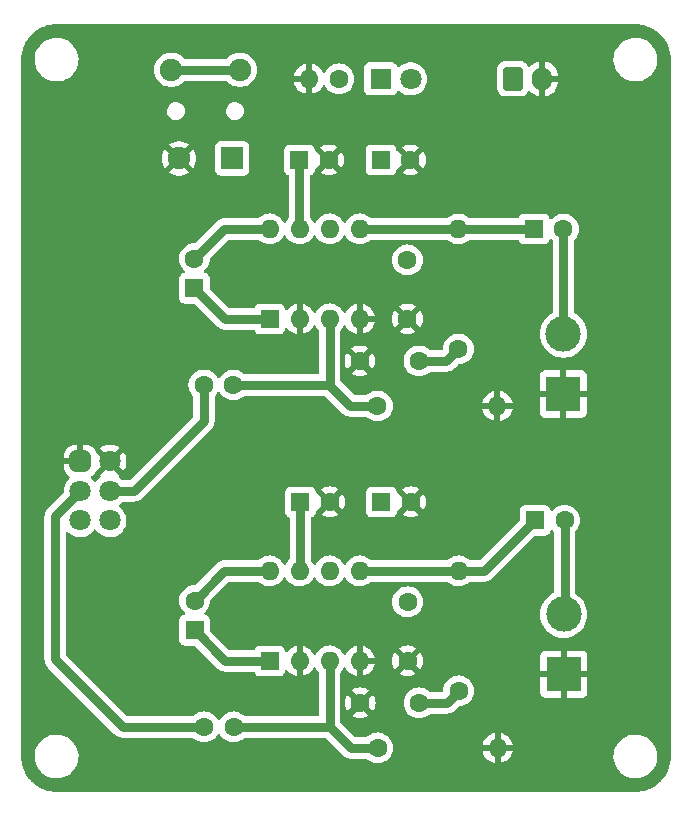
<source format=gbr>
%TF.GenerationSoftware,KiCad,Pcbnew,7.0.8*%
%TF.CreationDate,2024-08-19T13:22:40+09:00*%
%TF.ProjectId,lm386_stereo_amp,6c6d3338-365f-4737-9465-72656f5f616d,rev?*%
%TF.SameCoordinates,Original*%
%TF.FileFunction,Copper,L1,Top*%
%TF.FilePolarity,Positive*%
%FSLAX46Y46*%
G04 Gerber Fmt 4.6, Leading zero omitted, Abs format (unit mm)*
G04 Created by KiCad (PCBNEW 7.0.8) date 2024-08-19 13:22:40*
%MOMM*%
%LPD*%
G01*
G04 APERTURE LIST*
G04 Aperture macros list*
%AMRoundRect*
0 Rectangle with rounded corners*
0 $1 Rounding radius*
0 $2 $3 $4 $5 $6 $7 $8 $9 X,Y pos of 4 corners*
0 Add a 4 corners polygon primitive as box body*
4,1,4,$2,$3,$4,$5,$6,$7,$8,$9,$2,$3,0*
0 Add four circle primitives for the rounded corners*
1,1,$1+$1,$2,$3*
1,1,$1+$1,$4,$5*
1,1,$1+$1,$6,$7*
1,1,$1+$1,$8,$9*
0 Add four rect primitives between the rounded corners*
20,1,$1+$1,$2,$3,$4,$5,0*
20,1,$1+$1,$4,$5,$6,$7,0*
20,1,$1+$1,$6,$7,$8,$9,0*
20,1,$1+$1,$8,$9,$2,$3,0*%
G04 Aperture macros list end*
%TA.AperFunction,ComponentPad*%
%ADD10RoundRect,0.450000X0.450000X0.450000X-0.450000X0.450000X-0.450000X-0.450000X0.450000X-0.450000X0*%
%TD*%
%TA.AperFunction,ComponentPad*%
%ADD11C,1.800000*%
%TD*%
%TA.AperFunction,ComponentPad*%
%ADD12R,1.600000X1.600000*%
%TD*%
%TA.AperFunction,ComponentPad*%
%ADD13C,1.600000*%
%TD*%
%TA.AperFunction,ComponentPad*%
%ADD14R,1.800000X1.800000*%
%TD*%
%TA.AperFunction,ComponentPad*%
%ADD15RoundRect,0.250000X-0.600000X-0.750000X0.600000X-0.750000X0.600000X0.750000X-0.600000X0.750000X0*%
%TD*%
%TA.AperFunction,ComponentPad*%
%ADD16O,1.700000X2.000000*%
%TD*%
%TA.AperFunction,ComponentPad*%
%ADD17R,3.000000X3.000000*%
%TD*%
%TA.AperFunction,ComponentPad*%
%ADD18C,3.000000*%
%TD*%
%TA.AperFunction,ComponentPad*%
%ADD19O,1.600000X1.600000*%
%TD*%
%TA.AperFunction,ComponentPad*%
%ADD20R,1.900000X1.900000*%
%TD*%
%TA.AperFunction,ComponentPad*%
%ADD21C,1.900000*%
%TD*%
%TA.AperFunction,ViaPad*%
%ADD22C,0.800000*%
%TD*%
%TA.AperFunction,Conductor*%
%ADD23C,0.800000*%
%TD*%
G04 APERTURE END LIST*
D10*
%TO.P,RV1,1,1*%
%TO.N,GND*%
X129005000Y-57020000D03*
D11*
%TO.P,RV1,2,2*%
%TO.N,Net-(C8-Pad2)*%
X129005000Y-59520000D03*
%TO.P,RV1,3,3*%
%TO.N,Net-(J2-PadR)*%
X129005000Y-62020000D03*
%TO.P,RV1,4,4*%
%TO.N,GND*%
X131505000Y-57020000D03*
%TO.P,RV1,5,5*%
%TO.N,Net-(C1-Pad2)*%
X131505000Y-59520000D03*
%TO.P,RV1,6,6*%
%TO.N,Net-(J2-PadT)*%
X131505000Y-62020000D03*
%TD*%
D12*
%TO.P,C9,1*%
%TO.N,Net-(U2-BYPASS)*%
X147638888Y-60452000D03*
D13*
%TO.P,C9,2*%
%TO.N,GND*%
X150138888Y-60452000D03*
%TD*%
%TO.P,C6,1*%
%TO.N,Net-(C6-Pad1)*%
X157678000Y-48518000D03*
%TO.P,C6,2*%
%TO.N,GND*%
X152678000Y-48518000D03*
%TD*%
%TO.P,C2,1*%
%TO.N,+9V*%
X156702000Y-39962000D03*
%TO.P,C2,2*%
%TO.N,GND*%
X156702000Y-44962000D03*
%TD*%
D12*
%TO.P,C3,1*%
%TO.N,+9V*%
X154456000Y-31500000D03*
D13*
%TO.P,C3,2*%
%TO.N,GND*%
X156956000Y-31500000D03*
%TD*%
D14*
%TO.P,D1,1,K*%
%TO.N,Net-(D1-K)*%
X154432000Y-24638000D03*
D11*
%TO.P,D1,2,A*%
%TO.N,+9V*%
X156972000Y-24638000D03*
%TD*%
D15*
%TO.P,J1,1,Pin_1*%
%TO.N,+9V*%
X165628000Y-24621000D03*
D16*
%TO.P,J1,2,Pin_2*%
%TO.N,GND*%
X168128000Y-24621000D03*
%TD*%
D17*
%TO.P,J4,1,Pin_1*%
%TO.N,GND*%
X169926000Y-75057000D03*
D18*
%TO.P,J4,2,Pin_2*%
%TO.N,Net-(J4-Pin_2)*%
X169926000Y-69977000D03*
%TD*%
D13*
%TO.P,C1,1*%
%TO.N,Net-(U1-+)*%
X141970000Y-50550000D03*
%TO.P,C1,2*%
%TO.N,Net-(C1-Pad2)*%
X139470000Y-50550000D03*
%TD*%
D12*
%TO.P,U2,1,GAIN*%
%TO.N,Net-(C10-Pad1)*%
X145034000Y-73914000D03*
D19*
%TO.P,U2,2,-*%
%TO.N,GND*%
X147574000Y-73914000D03*
%TO.P,U2,3,+*%
%TO.N,Net-(U2-+)*%
X150114000Y-73914000D03*
%TO.P,U2,4,GND*%
%TO.N,GND*%
X152654000Y-73914000D03*
%TO.P,U2,5*%
%TO.N,Net-(C12-Pad1)*%
X152654000Y-66294000D03*
%TO.P,U2,6,V+*%
%TO.N,+9V*%
X150114000Y-66294000D03*
%TO.P,U2,7,BYPASS*%
%TO.N,Net-(U2-BYPASS)*%
X147574000Y-66294000D03*
%TO.P,U2,8,GAIN*%
%TO.N,Net-(C10-Pad2)*%
X145034000Y-66294000D03*
%TD*%
D20*
%TO.P,J2,R*%
%TO.N,Net-(J2-PadR)*%
X141859000Y-31369000D03*
D21*
%TO.P,J2,S*%
%TO.N,GND*%
X137359000Y-31369000D03*
%TO.P,J2,T*%
%TO.N,Net-(J2-PadT)*%
X142509000Y-23869000D03*
X136709000Y-23869000D03*
%TD*%
D12*
%TO.P,C10,1*%
%TO.N,Net-(C10-Pad1)*%
X138684000Y-71309113D03*
D13*
%TO.P,C10,2*%
%TO.N,Net-(C10-Pad2)*%
X138684000Y-68809113D03*
%TD*%
D12*
%TO.P,C7,1*%
%TO.N,Net-(C7-Pad1)*%
X167410000Y-37342000D03*
D13*
%TO.P,C7,2*%
%TO.N,Net-(J3-Pin_2)*%
X169910000Y-37342000D03*
%TD*%
%TO.P,R4,1*%
%TO.N,Net-(U2-+)*%
X154178000Y-81280000D03*
D19*
%TO.P,R4,2*%
%TO.N,GND*%
X164338000Y-81280000D03*
%TD*%
D12*
%TO.P,C4,1*%
%TO.N,Net-(U1-BYPASS)*%
X147558000Y-31500000D03*
D13*
%TO.P,C4,2*%
%TO.N,GND*%
X150058000Y-31500000D03*
%TD*%
D12*
%TO.P,U1,1,GAIN*%
%TO.N,Net-(C5-Pad1)*%
X145034000Y-44958000D03*
D19*
%TO.P,U1,2,-*%
%TO.N,GND*%
X147574000Y-44958000D03*
%TO.P,U1,3,+*%
%TO.N,Net-(U1-+)*%
X150114000Y-44958000D03*
%TO.P,U1,4,GND*%
%TO.N,GND*%
X152654000Y-44958000D03*
%TO.P,U1,5*%
%TO.N,Net-(C7-Pad1)*%
X152654000Y-37338000D03*
%TO.P,U1,6,V+*%
%TO.N,+9V*%
X150114000Y-37338000D03*
%TO.P,U1,7,BYPASS*%
%TO.N,Net-(U1-BYPASS)*%
X147574000Y-37338000D03*
%TO.P,U1,8,GAIN*%
%TO.N,Net-(C5-Pad2)*%
X145034000Y-37338000D03*
%TD*%
D13*
%TO.P,C8,1*%
%TO.N,Net-(U2-+)*%
X141986000Y-79502000D03*
%TO.P,C8,2*%
%TO.N,Net-(C8-Pad2)*%
X139486000Y-79502000D03*
%TD*%
%TO.P,C11,1*%
%TO.N,Net-(C11-Pad1)*%
X157694000Y-77470000D03*
%TO.P,C11,2*%
%TO.N,GND*%
X152694000Y-77470000D03*
%TD*%
%TO.P,R5,1*%
%TO.N,Net-(C11-Pad1)*%
X161036000Y-76454000D03*
D19*
%TO.P,R5,2*%
%TO.N,Net-(C12-Pad1)*%
X161036000Y-66294000D03*
%TD*%
D17*
%TO.P,J3,1,Pin_1*%
%TO.N,GND*%
X169910000Y-51312000D03*
D18*
%TO.P,J3,2,Pin_2*%
%TO.N,Net-(J3-Pin_2)*%
X169910000Y-46232000D03*
%TD*%
D12*
%TO.P,C12,1*%
%TO.N,Net-(C12-Pad1)*%
X167500000Y-62000000D03*
D13*
%TO.P,C12,2*%
%TO.N,Net-(J4-Pin_2)*%
X170000000Y-62000000D03*
%TD*%
D19*
%TO.P,R2,2*%
%TO.N,GND*%
X148365000Y-24638000D03*
D13*
%TO.P,R2,1*%
%TO.N,Net-(D1-K)*%
X150905000Y-24638000D03*
%TD*%
D12*
%TO.P,C14,1*%
%TO.N,+9V*%
X154496888Y-60452000D03*
D13*
%TO.P,C14,2*%
%TO.N,GND*%
X156996888Y-60452000D03*
%TD*%
%TO.P,C13,1*%
%TO.N,+9V*%
X156718000Y-68914000D03*
%TO.P,C13,2*%
%TO.N,GND*%
X156718000Y-73914000D03*
%TD*%
%TO.P,R3,1*%
%TO.N,Net-(C6-Pad1)*%
X161020000Y-47502000D03*
D19*
%TO.P,R3,2*%
%TO.N,Net-(C7-Pad1)*%
X161020000Y-37342000D03*
%TD*%
D13*
%TO.P,R1,1*%
%TO.N,Net-(U1-+)*%
X154162000Y-52328000D03*
D19*
%TO.P,R1,2*%
%TO.N,GND*%
X164322000Y-52328000D03*
%TD*%
D12*
%TO.P,C5,1*%
%TO.N,Net-(C5-Pad1)*%
X138668000Y-42357113D03*
D13*
%TO.P,C5,2*%
%TO.N,Net-(C5-Pad2)*%
X138668000Y-39857113D03*
%TD*%
D22*
%TO.N,GND*%
X177500000Y-57000000D03*
X134000000Y-73000000D03*
X161000000Y-61000000D03*
X149000000Y-82000000D03*
X164500000Y-75000000D03*
X172000000Y-83500000D03*
X131000000Y-83500000D03*
X146500000Y-41000000D03*
X172000000Y-21000000D03*
X125000000Y-27000000D03*
X131000000Y-21000000D03*
X163000000Y-32000000D03*
X125500000Y-51500000D03*
X146000000Y-54500000D03*
X157000000Y-35500000D03*
X132000000Y-25500000D03*
X159000000Y-21500000D03*
X140500000Y-62500000D03*
X177500000Y-78000000D03*
X175500000Y-38500000D03*
X164000000Y-46500000D03*
X155000000Y-64500000D03*
X174500000Y-65000000D03*
X145500000Y-34500000D03*
X151000000Y-41000000D03*
X125000000Y-78000000D03*
X132500000Y-35000000D03*
X174000000Y-31500000D03*
X161000000Y-27500000D03*
X177500000Y-27000000D03*
X146000000Y-48000000D03*
X148500000Y-78000000D03*
X135500000Y-66000000D03*
%TD*%
D23*
%TO.N,Net-(U1-+)*%
X154162000Y-52328000D02*
X151876000Y-52328000D01*
X141970000Y-50550000D02*
X150098000Y-50550000D01*
X150114000Y-44958000D02*
X150114000Y-50534000D01*
X150098000Y-50550000D02*
X151876000Y-52328000D01*
%TO.N,Net-(C1-Pad2)*%
X139470000Y-53570000D02*
X139470000Y-50550000D01*
X133520000Y-59520000D02*
X139470000Y-53570000D01*
X131505000Y-59520000D02*
X133520000Y-59520000D01*
%TO.N,Net-(U1-BYPASS)*%
X147558000Y-31500000D02*
X147558000Y-37322000D01*
X147558000Y-37322000D02*
X147574000Y-37338000D01*
%TO.N,Net-(C5-Pad1)*%
X145034000Y-44958000D02*
X141268887Y-44958000D01*
X141268887Y-44958000D02*
X138668000Y-42357113D01*
%TO.N,Net-(C5-Pad2)*%
X141187113Y-37338000D02*
X138668000Y-39857113D01*
X145034000Y-37338000D02*
X141187113Y-37338000D01*
%TO.N,Net-(C6-Pad1)*%
X160004000Y-48518000D02*
X161020000Y-47502000D01*
X157678000Y-48518000D02*
X160004000Y-48518000D01*
%TO.N,Net-(C7-Pad1)*%
X152658000Y-37342000D02*
X152654000Y-37338000D01*
X167410000Y-37342000D02*
X161020000Y-37342000D01*
X161020000Y-37342000D02*
X152658000Y-37342000D01*
%TO.N,Net-(J3-Pin_2)*%
X169910000Y-46232000D02*
X169910000Y-37342000D01*
%TO.N,Net-(U2-+)*%
X150114000Y-79502000D02*
X150114000Y-73914000D01*
X141986000Y-79502000D02*
X150114000Y-79502000D01*
X151892000Y-81280000D02*
X154178000Y-81280000D01*
X150114000Y-79502000D02*
X151892000Y-81280000D01*
%TO.N,Net-(C8-Pad2)*%
X126873000Y-73787000D02*
X132588000Y-79502000D01*
X132588000Y-79502000D02*
X139486000Y-79502000D01*
X129005000Y-59520000D02*
X126873000Y-61652000D01*
X126873000Y-61652000D02*
X126873000Y-73787000D01*
%TO.N,Net-(U2-BYPASS)*%
X147638888Y-66229112D02*
X147574000Y-66294000D01*
X147638888Y-60452000D02*
X147638888Y-66229112D01*
%TO.N,Net-(C10-Pad1)*%
X141288887Y-73914000D02*
X138684000Y-71309113D01*
X145034000Y-73914000D02*
X141288887Y-73914000D01*
%TO.N,Net-(C10-Pad2)*%
X141199113Y-66294000D02*
X138684000Y-68809113D01*
X145034000Y-66294000D02*
X141199113Y-66294000D01*
%TO.N,Net-(C11-Pad1)*%
X157694000Y-77470000D02*
X160020000Y-77470000D01*
X160020000Y-77470000D02*
X161036000Y-76454000D01*
%TO.N,Net-(C12-Pad1)*%
X163206000Y-66294000D02*
X167500000Y-62000000D01*
X152654000Y-66294000D02*
X161036000Y-66294000D01*
X161036000Y-66294000D02*
X163206000Y-66294000D01*
%TO.N,Net-(J4-Pin_2)*%
X170000000Y-62000000D02*
X170000000Y-69926000D01*
X170000000Y-69926000D02*
X169926000Y-70000000D01*
%TO.N,Net-(J2-PadT)*%
X142494000Y-23876000D02*
X136694000Y-23876000D01*
%TD*%
%TA.AperFunction,Conductor*%
%TO.N,GND*%
G36*
X131045507Y-57229844D02*
G01*
X131123239Y-57350798D01*
X131231900Y-57444952D01*
X131362685Y-57504680D01*
X131372466Y-57506086D01*
X130706199Y-58172351D01*
X130706227Y-58172801D01*
X130746341Y-58228537D01*
X130750017Y-58298310D01*
X130715387Y-58358994D01*
X130705530Y-58367536D01*
X130553218Y-58486085D01*
X130553216Y-58486086D01*
X130553216Y-58486087D01*
X130430402Y-58619500D01*
X130396015Y-58656854D01*
X130358808Y-58713804D01*
X130305662Y-58759161D01*
X130236430Y-58768584D01*
X130173095Y-58739082D01*
X130151192Y-58713804D01*
X130113984Y-58656854D01*
X130113982Y-58656852D01*
X130113979Y-58656847D01*
X129956784Y-58486087D01*
X129950301Y-58481041D01*
X129909488Y-58424330D01*
X129905815Y-58354557D01*
X129940447Y-58293874D01*
X129969055Y-58273278D01*
X129980474Y-58267313D01*
X130130215Y-58145215D01*
X130252313Y-57995474D01*
X130327005Y-57852483D01*
X130349233Y-57822213D01*
X131021923Y-57149523D01*
X131045507Y-57229844D01*
G37*
%TD.AperFunction*%
%TA.AperFunction,Conductor*%
G36*
X176001619Y-20000584D02*
G01*
X176133628Y-20007503D01*
X176317027Y-20017803D01*
X176323212Y-20018465D01*
X176475647Y-20042608D01*
X176638194Y-20070226D01*
X176643811Y-20071453D01*
X176796693Y-20112418D01*
X176889122Y-20139046D01*
X176951724Y-20157082D01*
X176956759Y-20158769D01*
X177106183Y-20216127D01*
X177254007Y-20277358D01*
X177258412Y-20279388D01*
X177324180Y-20312899D01*
X177401921Y-20352511D01*
X177477428Y-20394241D01*
X177541480Y-20429641D01*
X177545215Y-20431882D01*
X177619487Y-20480115D01*
X177680872Y-20519980D01*
X177768357Y-20582053D01*
X177810764Y-20612142D01*
X177813886Y-20614510D01*
X177938748Y-20715621D01*
X177941034Y-20717567D01*
X178058721Y-20822738D01*
X178061248Y-20825128D01*
X178174870Y-20938750D01*
X178177260Y-20941277D01*
X178282431Y-21058964D01*
X178284385Y-21061260D01*
X178385480Y-21186102D01*
X178387862Y-21189243D01*
X178480019Y-21319127D01*
X178533758Y-21401875D01*
X178568106Y-21454767D01*
X178570364Y-21458531D01*
X178647488Y-21598078D01*
X178720604Y-21741575D01*
X178722643Y-21745997D01*
X178783877Y-21893829D01*
X178841221Y-22043217D01*
X178842916Y-22048273D01*
X178887579Y-22203297D01*
X178928541Y-22356171D01*
X178929778Y-22361835D01*
X178957394Y-22524369D01*
X178981530Y-22676758D01*
X178982196Y-22682985D01*
X178992509Y-22866617D01*
X178999415Y-22998377D01*
X178999500Y-23001623D01*
X178999500Y-81998376D01*
X178999415Y-82001622D01*
X178992509Y-82133382D01*
X178982196Y-82317013D01*
X178981530Y-82323240D01*
X178957394Y-82475630D01*
X178929778Y-82638163D01*
X178928541Y-82643827D01*
X178887579Y-82796702D01*
X178842916Y-82951725D01*
X178841221Y-82956781D01*
X178783877Y-83106170D01*
X178722643Y-83254001D01*
X178720604Y-83258423D01*
X178647488Y-83401921D01*
X178570364Y-83541467D01*
X178568097Y-83545246D01*
X178480019Y-83680872D01*
X178387862Y-83810755D01*
X178385480Y-83813896D01*
X178284385Y-83938738D01*
X178282431Y-83941034D01*
X178177260Y-84058721D01*
X178174870Y-84061248D01*
X178061248Y-84174870D01*
X178058721Y-84177260D01*
X177941034Y-84282431D01*
X177938738Y-84284385D01*
X177813896Y-84385480D01*
X177810755Y-84387862D01*
X177680872Y-84480019D01*
X177545246Y-84568097D01*
X177541467Y-84570364D01*
X177401921Y-84647488D01*
X177258423Y-84720604D01*
X177254001Y-84722643D01*
X177106170Y-84783877D01*
X176956781Y-84841221D01*
X176951725Y-84842916D01*
X176796702Y-84887579D01*
X176643827Y-84928541D01*
X176638163Y-84929778D01*
X176475630Y-84957394D01*
X176323240Y-84981530D01*
X176317013Y-84982196D01*
X176133382Y-84992509D01*
X176001622Y-84999415D01*
X175998376Y-84999500D01*
X127001624Y-84999500D01*
X126998378Y-84999415D01*
X126866617Y-84992509D01*
X126682985Y-84982196D01*
X126676758Y-84981530D01*
X126524369Y-84957394D01*
X126361835Y-84929778D01*
X126356171Y-84928541D01*
X126203297Y-84887579D01*
X126048273Y-84842916D01*
X126043217Y-84841221D01*
X125893829Y-84783877D01*
X125745997Y-84722643D01*
X125741575Y-84720604D01*
X125598078Y-84647488D01*
X125458531Y-84570364D01*
X125454767Y-84568106D01*
X125401875Y-84533758D01*
X125319127Y-84480019D01*
X125189243Y-84387862D01*
X125186102Y-84385480D01*
X125061260Y-84284385D01*
X125058964Y-84282431D01*
X124941277Y-84177260D01*
X124938750Y-84174870D01*
X124825128Y-84061248D01*
X124822738Y-84058721D01*
X124717567Y-83941034D01*
X124715613Y-83938738D01*
X124676848Y-83890867D01*
X124614510Y-83813886D01*
X124612136Y-83810755D01*
X124519980Y-83680872D01*
X124479177Y-83618042D01*
X124431882Y-83545215D01*
X124429641Y-83541480D01*
X124389352Y-83468581D01*
X124352511Y-83401921D01*
X124312899Y-83324180D01*
X124279388Y-83258412D01*
X124277358Y-83254007D01*
X124216122Y-83106170D01*
X124158769Y-82956759D01*
X124157082Y-82951724D01*
X124112420Y-82796702D01*
X124107316Y-82777652D01*
X124071453Y-82643811D01*
X124070226Y-82638194D01*
X124042601Y-82475606D01*
X124018465Y-82323212D01*
X124017803Y-82317027D01*
X124007490Y-82133382D01*
X124004051Y-82067763D01*
X125145787Y-82067763D01*
X125175413Y-82337013D01*
X125175415Y-82337024D01*
X125235182Y-82565635D01*
X125243928Y-82599088D01*
X125349870Y-82848390D01*
X125416021Y-82956782D01*
X125490979Y-83079605D01*
X125490986Y-83079615D01*
X125664253Y-83287819D01*
X125664259Y-83287824D01*
X125865998Y-83468582D01*
X126091910Y-83618044D01*
X126337176Y-83733020D01*
X126337183Y-83733022D01*
X126337185Y-83733023D01*
X126596557Y-83811057D01*
X126596564Y-83811058D01*
X126596569Y-83811060D01*
X126864561Y-83850500D01*
X126864566Y-83850500D01*
X127067636Y-83850500D01*
X127119133Y-83846730D01*
X127270156Y-83835677D01*
X127382758Y-83810593D01*
X127534546Y-83776782D01*
X127534548Y-83776781D01*
X127534553Y-83776780D01*
X127787558Y-83680014D01*
X128023777Y-83547441D01*
X128238177Y-83381888D01*
X128426186Y-83186881D01*
X128583799Y-82966579D01*
X128680933Y-82777652D01*
X128707649Y-82725690D01*
X128707651Y-82725684D01*
X128707656Y-82725675D01*
X128795118Y-82469305D01*
X128844319Y-82202933D01*
X128854212Y-81932235D01*
X128824586Y-81662982D01*
X128756072Y-81400912D01*
X128650130Y-81151610D01*
X128509018Y-80920390D01*
X128487751Y-80894835D01*
X128335746Y-80712180D01*
X128335740Y-80712175D01*
X128134002Y-80531418D01*
X127908092Y-80381957D01*
X127860859Y-80359815D01*
X127662824Y-80266980D01*
X127662819Y-80266978D01*
X127662814Y-80266976D01*
X127403442Y-80188942D01*
X127403428Y-80188939D01*
X127287791Y-80171921D01*
X127135439Y-80149500D01*
X126932369Y-80149500D01*
X126932364Y-80149500D01*
X126729844Y-80164323D01*
X126729831Y-80164325D01*
X126465453Y-80223217D01*
X126465446Y-80223220D01*
X126212439Y-80319987D01*
X125976226Y-80452557D01*
X125761822Y-80618112D01*
X125573822Y-80813109D01*
X125573816Y-80813116D01*
X125416202Y-81033419D01*
X125416199Y-81033424D01*
X125292350Y-81274309D01*
X125292343Y-81274327D01*
X125204884Y-81530685D01*
X125204882Y-81530695D01*
X125168718Y-81726488D01*
X125155681Y-81797068D01*
X125155680Y-81797075D01*
X125145787Y-82067763D01*
X124004051Y-82067763D01*
X124000584Y-82001620D01*
X124000500Y-81998377D01*
X124000500Y-73739611D01*
X125968781Y-73739611D01*
X125972415Y-73808956D01*
X125972500Y-73812201D01*
X125972500Y-73834189D01*
X125974797Y-73856059D01*
X125975051Y-73859290D01*
X125978686Y-73928643D01*
X125978688Y-73928653D01*
X125982315Y-73942189D01*
X125985860Y-73961314D01*
X125987325Y-73975249D01*
X125987326Y-73975256D01*
X125987328Y-73975262D01*
X126008784Y-74041298D01*
X126009705Y-74044409D01*
X126027679Y-74111486D01*
X126027684Y-74111498D01*
X126034043Y-74123978D01*
X126041488Y-74141949D01*
X126045820Y-74155282D01*
X126080537Y-74215414D01*
X126082085Y-74218266D01*
X126093996Y-74241641D01*
X126113617Y-74280149D01*
X126113619Y-74280151D01*
X126113620Y-74280153D01*
X126122438Y-74291043D01*
X126133454Y-74307070D01*
X126140465Y-74319213D01*
X126140470Y-74319220D01*
X126186939Y-74370831D01*
X126189043Y-74373295D01*
X126202882Y-74390382D01*
X126218423Y-74405922D01*
X126220657Y-74408277D01*
X126267128Y-74459887D01*
X126278468Y-74468126D01*
X126293265Y-74480764D01*
X131894236Y-80081736D01*
X131906871Y-80096529D01*
X131915110Y-80107869D01*
X131915116Y-80107875D01*
X131966712Y-80154332D01*
X131969067Y-80156567D01*
X131984616Y-80172116D01*
X131984626Y-80172125D01*
X132001719Y-80185967D01*
X132004187Y-80188075D01*
X132055784Y-80234533D01*
X132055786Y-80234534D01*
X132067919Y-80241539D01*
X132083951Y-80252557D01*
X132094851Y-80261384D01*
X132094855Y-80261386D01*
X132156729Y-80292912D01*
X132159577Y-80294458D01*
X132219716Y-80329179D01*
X132233051Y-80333511D01*
X132251018Y-80340953D01*
X132263513Y-80347320D01*
X132330604Y-80365297D01*
X132333697Y-80366213D01*
X132399744Y-80387674D01*
X132413688Y-80389139D01*
X132432814Y-80392685D01*
X132438749Y-80394275D01*
X132446355Y-80396313D01*
X132515751Y-80399949D01*
X132518898Y-80400196D01*
X132540808Y-80402500D01*
X132562785Y-80402500D01*
X132566028Y-80402584D01*
X132635389Y-80406220D01*
X132649234Y-80404026D01*
X132668634Y-80402500D01*
X138495952Y-80402500D01*
X138562991Y-80422185D01*
X138583628Y-80438814D01*
X138646859Y-80502045D01*
X138646862Y-80502048D01*
X138740063Y-80567307D01*
X138833266Y-80632568D01*
X139039504Y-80728739D01*
X139259308Y-80787635D01*
X139421230Y-80801801D01*
X139485998Y-80807468D01*
X139486000Y-80807468D01*
X139486002Y-80807468D01*
X139542673Y-80802509D01*
X139712692Y-80787635D01*
X139932496Y-80728739D01*
X140138734Y-80632568D01*
X140325139Y-80502047D01*
X140486047Y-80341139D01*
X140616568Y-80154734D01*
X140623618Y-80139614D01*
X140669789Y-80087176D01*
X140736982Y-80068023D01*
X140803864Y-80088238D01*
X140848381Y-80139614D01*
X140853162Y-80149865D01*
X140855432Y-80154733D01*
X140855432Y-80154734D01*
X140985954Y-80341141D01*
X141146858Y-80502045D01*
X141146861Y-80502047D01*
X141333266Y-80632568D01*
X141539504Y-80728739D01*
X141759308Y-80787635D01*
X141921230Y-80801801D01*
X141985998Y-80807468D01*
X141986000Y-80807468D01*
X141986002Y-80807468D01*
X142042673Y-80802509D01*
X142212692Y-80787635D01*
X142432496Y-80728739D01*
X142638734Y-80632568D01*
X142825139Y-80502047D01*
X142888368Y-80438817D01*
X142949689Y-80405334D01*
X142976048Y-80402500D01*
X149689639Y-80402500D01*
X149756678Y-80422185D01*
X149777320Y-80438819D01*
X151198236Y-81859736D01*
X151210871Y-81874529D01*
X151219110Y-81885869D01*
X151219112Y-81885871D01*
X151270730Y-81932348D01*
X151273068Y-81934568D01*
X151288620Y-81950120D01*
X151305716Y-81963964D01*
X151308168Y-81966058D01*
X151330887Y-81986514D01*
X151359784Y-82012533D01*
X151367633Y-82017065D01*
X151371920Y-82019540D01*
X151387952Y-82030557D01*
X151398851Y-82039383D01*
X151454551Y-82067763D01*
X151460714Y-82070903D01*
X151463569Y-82072453D01*
X151523707Y-82107174D01*
X151523712Y-82107177D01*
X151523713Y-82107177D01*
X151523716Y-82107179D01*
X151537050Y-82111511D01*
X151555022Y-82118956D01*
X151567512Y-82125320D01*
X151567514Y-82125320D01*
X151567515Y-82125321D01*
X151585928Y-82130254D01*
X151634601Y-82143296D01*
X151637682Y-82144209D01*
X151703744Y-82165674D01*
X151717688Y-82167139D01*
X151736814Y-82170685D01*
X151746441Y-82173264D01*
X151750355Y-82174313D01*
X151819720Y-82177947D01*
X151822935Y-82178200D01*
X151844808Y-82180500D01*
X151866798Y-82180500D01*
X151870041Y-82180584D01*
X151939388Y-82184219D01*
X151953228Y-82182027D01*
X151972627Y-82180500D01*
X153187952Y-82180500D01*
X153254991Y-82200185D01*
X153275628Y-82216814D01*
X153338471Y-82279657D01*
X153338862Y-82280048D01*
X153420218Y-82337013D01*
X153525266Y-82410568D01*
X153731504Y-82506739D01*
X153951308Y-82565635D01*
X154113230Y-82579801D01*
X154177998Y-82585468D01*
X154178000Y-82585468D01*
X154178002Y-82585468D01*
X154234673Y-82580509D01*
X154404692Y-82565635D01*
X154624496Y-82506739D01*
X154830734Y-82410568D01*
X155017139Y-82280047D01*
X155178047Y-82119139D01*
X155308568Y-81932734D01*
X155404739Y-81726496D01*
X155463635Y-81506692D01*
X155483468Y-81280000D01*
X155463635Y-81053308D01*
X155457389Y-81029999D01*
X163059127Y-81029999D01*
X163059128Y-81030000D01*
X164022314Y-81030000D01*
X164010359Y-81041955D01*
X163952835Y-81154852D01*
X163933014Y-81280000D01*
X163952835Y-81405148D01*
X164010359Y-81518045D01*
X164022314Y-81530000D01*
X163059128Y-81530000D01*
X163111730Y-81726317D01*
X163111734Y-81726326D01*
X163207865Y-81932482D01*
X163338342Y-82118820D01*
X163499179Y-82279657D01*
X163685517Y-82410134D01*
X163891673Y-82506265D01*
X163891682Y-82506269D01*
X164087999Y-82558872D01*
X164088000Y-82558871D01*
X164088000Y-81595686D01*
X164099955Y-81607641D01*
X164212852Y-81665165D01*
X164306519Y-81680000D01*
X164369481Y-81680000D01*
X164463148Y-81665165D01*
X164576045Y-81607641D01*
X164588000Y-81595686D01*
X164588000Y-82558872D01*
X164784317Y-82506269D01*
X164784326Y-82506265D01*
X164990482Y-82410134D01*
X165176820Y-82279657D01*
X165337657Y-82118820D01*
X165373408Y-82067763D01*
X174145787Y-82067763D01*
X174175413Y-82337013D01*
X174175415Y-82337024D01*
X174235182Y-82565635D01*
X174243928Y-82599088D01*
X174349870Y-82848390D01*
X174416021Y-82956782D01*
X174490979Y-83079605D01*
X174490986Y-83079615D01*
X174664253Y-83287819D01*
X174664259Y-83287824D01*
X174865998Y-83468582D01*
X175091910Y-83618044D01*
X175337176Y-83733020D01*
X175337183Y-83733022D01*
X175337185Y-83733023D01*
X175596557Y-83811057D01*
X175596564Y-83811058D01*
X175596569Y-83811060D01*
X175864561Y-83850500D01*
X175864566Y-83850500D01*
X176067636Y-83850500D01*
X176119133Y-83846730D01*
X176270156Y-83835677D01*
X176382758Y-83810593D01*
X176534546Y-83776782D01*
X176534548Y-83776781D01*
X176534553Y-83776780D01*
X176787558Y-83680014D01*
X177023777Y-83547441D01*
X177238177Y-83381888D01*
X177426186Y-83186881D01*
X177583799Y-82966579D01*
X177680933Y-82777652D01*
X177707649Y-82725690D01*
X177707651Y-82725684D01*
X177707656Y-82725675D01*
X177795118Y-82469305D01*
X177844319Y-82202933D01*
X177854212Y-81932235D01*
X177824586Y-81662982D01*
X177756072Y-81400912D01*
X177650130Y-81151610D01*
X177509018Y-80920390D01*
X177487751Y-80894835D01*
X177335746Y-80712180D01*
X177335740Y-80712175D01*
X177134002Y-80531418D01*
X176908092Y-80381957D01*
X176860859Y-80359815D01*
X176662824Y-80266980D01*
X176662819Y-80266978D01*
X176662814Y-80266976D01*
X176403442Y-80188942D01*
X176403428Y-80188939D01*
X176287791Y-80171921D01*
X176135439Y-80149500D01*
X175932369Y-80149500D01*
X175932364Y-80149500D01*
X175729844Y-80164323D01*
X175729831Y-80164325D01*
X175465453Y-80223217D01*
X175465446Y-80223220D01*
X175212439Y-80319987D01*
X174976226Y-80452557D01*
X174761822Y-80618112D01*
X174573822Y-80813109D01*
X174573816Y-80813116D01*
X174416202Y-81033419D01*
X174416199Y-81033424D01*
X174292350Y-81274309D01*
X174292343Y-81274327D01*
X174204884Y-81530685D01*
X174204882Y-81530695D01*
X174168718Y-81726488D01*
X174155681Y-81797068D01*
X174155680Y-81797075D01*
X174145787Y-82067763D01*
X165373408Y-82067763D01*
X165468134Y-81932482D01*
X165564265Y-81726326D01*
X165564269Y-81726317D01*
X165616872Y-81530000D01*
X164653686Y-81530000D01*
X164665641Y-81518045D01*
X164723165Y-81405148D01*
X164742986Y-81280000D01*
X164723165Y-81154852D01*
X164665641Y-81041955D01*
X164653686Y-81030000D01*
X165616872Y-81030000D01*
X165616872Y-81029999D01*
X165564269Y-80833682D01*
X165564265Y-80833673D01*
X165468134Y-80627517D01*
X165337657Y-80441179D01*
X165176820Y-80280342D01*
X164990482Y-80149865D01*
X164784328Y-80053734D01*
X164588000Y-80001127D01*
X164588000Y-80964314D01*
X164576045Y-80952359D01*
X164463148Y-80894835D01*
X164369481Y-80880000D01*
X164306519Y-80880000D01*
X164212852Y-80894835D01*
X164099955Y-80952359D01*
X164088000Y-80964314D01*
X164088000Y-80001127D01*
X163891671Y-80053734D01*
X163685517Y-80149865D01*
X163499179Y-80280342D01*
X163338342Y-80441179D01*
X163207865Y-80627517D01*
X163111734Y-80833673D01*
X163111730Y-80833682D01*
X163059127Y-81029999D01*
X155457389Y-81029999D01*
X155404739Y-80833504D01*
X155308568Y-80627266D01*
X155178047Y-80440861D01*
X155178045Y-80440858D01*
X155017141Y-80279954D01*
X154830734Y-80149432D01*
X154830732Y-80149431D01*
X154624497Y-80053261D01*
X154624488Y-80053258D01*
X154404697Y-79994366D01*
X154404693Y-79994365D01*
X154404692Y-79994365D01*
X154404691Y-79994364D01*
X154404686Y-79994364D01*
X154178002Y-79974532D01*
X154177998Y-79974532D01*
X153951313Y-79994364D01*
X153951302Y-79994366D01*
X153731511Y-80053258D01*
X153731502Y-80053261D01*
X153525267Y-80149431D01*
X153525265Y-80149432D01*
X153338862Y-80279951D01*
X153307248Y-80311566D01*
X153275631Y-80343182D01*
X153214311Y-80376666D01*
X153187952Y-80379500D01*
X152316362Y-80379500D01*
X152249323Y-80359815D01*
X152228681Y-80343181D01*
X151050819Y-79165319D01*
X151017334Y-79103996D01*
X151014500Y-79077638D01*
X151014500Y-77470002D01*
X151389034Y-77470002D01*
X151408858Y-77696599D01*
X151408860Y-77696610D01*
X151467730Y-77916317D01*
X151467734Y-77916326D01*
X151563865Y-78122481D01*
X151563866Y-78122483D01*
X151614973Y-78195471D01*
X151614974Y-78195472D01*
X152296046Y-77514399D01*
X152308835Y-77595148D01*
X152366359Y-77708045D01*
X152455955Y-77797641D01*
X152568852Y-77855165D01*
X152649599Y-77867953D01*
X151968526Y-78549025D01*
X151968526Y-78549026D01*
X152041512Y-78600131D01*
X152041516Y-78600133D01*
X152247673Y-78696265D01*
X152247682Y-78696269D01*
X152467389Y-78755139D01*
X152467400Y-78755141D01*
X152693998Y-78774966D01*
X152694002Y-78774966D01*
X152920599Y-78755141D01*
X152920610Y-78755139D01*
X153140317Y-78696269D01*
X153140331Y-78696264D01*
X153346478Y-78600136D01*
X153419472Y-78549025D01*
X152738401Y-77867953D01*
X152819148Y-77855165D01*
X152932045Y-77797641D01*
X153021641Y-77708045D01*
X153079165Y-77595148D01*
X153091953Y-77514400D01*
X153773025Y-78195472D01*
X153824136Y-78122478D01*
X153920264Y-77916331D01*
X153920269Y-77916317D01*
X153979139Y-77696610D01*
X153979141Y-77696599D01*
X153998966Y-77470002D01*
X153998966Y-77470001D01*
X156388532Y-77470001D01*
X156408364Y-77696686D01*
X156408366Y-77696697D01*
X156467258Y-77916488D01*
X156467261Y-77916497D01*
X156563431Y-78122732D01*
X156563432Y-78122734D01*
X156693954Y-78309141D01*
X156854858Y-78470045D01*
X156854861Y-78470047D01*
X157041266Y-78600568D01*
X157247504Y-78696739D01*
X157467308Y-78755635D01*
X157629230Y-78769801D01*
X157693998Y-78775468D01*
X157694000Y-78775468D01*
X157694002Y-78775468D01*
X157750673Y-78770509D01*
X157920692Y-78755635D01*
X158140496Y-78696739D01*
X158346734Y-78600568D01*
X158533139Y-78470047D01*
X158596368Y-78406817D01*
X158657689Y-78373334D01*
X158684048Y-78370500D01*
X159939373Y-78370500D01*
X159958772Y-78372027D01*
X159972612Y-78374219D01*
X160041959Y-78370584D01*
X160045203Y-78370500D01*
X160067191Y-78370500D01*
X160067192Y-78370500D01*
X160083988Y-78368734D01*
X160089064Y-78368201D01*
X160092284Y-78367947D01*
X160161646Y-78364313D01*
X160175187Y-78360683D01*
X160194313Y-78357138D01*
X160208256Y-78355674D01*
X160274306Y-78334212D01*
X160277368Y-78333304D01*
X160344488Y-78315320D01*
X160356976Y-78308956D01*
X160374950Y-78301510D01*
X160388284Y-78297179D01*
X160448476Y-78262425D01*
X160451222Y-78260934D01*
X160513149Y-78229383D01*
X160524031Y-78220569D01*
X160540083Y-78209537D01*
X160552216Y-78202533D01*
X160603847Y-78156043D01*
X160606260Y-78153982D01*
X160623380Y-78140119D01*
X160638929Y-78124568D01*
X160641270Y-78122347D01*
X160692888Y-78075871D01*
X160701130Y-78064525D01*
X160713760Y-78049737D01*
X160969053Y-77794444D01*
X161030374Y-77760961D01*
X161045914Y-77758600D01*
X161262692Y-77739635D01*
X161482496Y-77680739D01*
X161688734Y-77584568D01*
X161875139Y-77454047D01*
X162036047Y-77293139D01*
X162166568Y-77106734D01*
X162262739Y-76900496D01*
X162321635Y-76680692D01*
X162328271Y-76604844D01*
X167926000Y-76604844D01*
X167932401Y-76664372D01*
X167932403Y-76664379D01*
X167982645Y-76799086D01*
X167982649Y-76799093D01*
X168068809Y-76914187D01*
X168068812Y-76914190D01*
X168183906Y-77000350D01*
X168183913Y-77000354D01*
X168318620Y-77050596D01*
X168318627Y-77050598D01*
X168378155Y-77056999D01*
X168378172Y-77057000D01*
X169676000Y-77057000D01*
X169676000Y-75778802D01*
X169837169Y-75817000D01*
X169970267Y-75817000D01*
X170102461Y-75801549D01*
X170176000Y-75774782D01*
X170176000Y-77057000D01*
X171473828Y-77057000D01*
X171473844Y-77056999D01*
X171533372Y-77050598D01*
X171533379Y-77050596D01*
X171668086Y-77000354D01*
X171668093Y-77000350D01*
X171783187Y-76914190D01*
X171783190Y-76914187D01*
X171869350Y-76799093D01*
X171869354Y-76799086D01*
X171919596Y-76664379D01*
X171919598Y-76664372D01*
X171925999Y-76604844D01*
X171926000Y-76604827D01*
X171926000Y-75307000D01*
X170644483Y-75307000D01*
X170679549Y-75189871D01*
X170689879Y-75012509D01*
X170659029Y-74837546D01*
X170645853Y-74807000D01*
X171926000Y-74807000D01*
X171926000Y-73509172D01*
X171925999Y-73509155D01*
X171919598Y-73449627D01*
X171919596Y-73449620D01*
X171869354Y-73314913D01*
X171869350Y-73314906D01*
X171783190Y-73199812D01*
X171783187Y-73199809D01*
X171668093Y-73113649D01*
X171668086Y-73113645D01*
X171533379Y-73063403D01*
X171533372Y-73063401D01*
X171473844Y-73057000D01*
X170176000Y-73057000D01*
X170176000Y-74335197D01*
X170014831Y-74297000D01*
X169881733Y-74297000D01*
X169749539Y-74312451D01*
X169676000Y-74339217D01*
X169676000Y-73057000D01*
X168378155Y-73057000D01*
X168318627Y-73063401D01*
X168318620Y-73063403D01*
X168183913Y-73113645D01*
X168183906Y-73113649D01*
X168068812Y-73199809D01*
X168068809Y-73199812D01*
X167982649Y-73314906D01*
X167982645Y-73314913D01*
X167932403Y-73449620D01*
X167932401Y-73449627D01*
X167926000Y-73509155D01*
X167926000Y-74807000D01*
X169207517Y-74807000D01*
X169172451Y-74924129D01*
X169162121Y-75101491D01*
X169192971Y-75276454D01*
X169206147Y-75307000D01*
X167926000Y-75307000D01*
X167926000Y-76604844D01*
X162328271Y-76604844D01*
X162340072Y-76469953D01*
X162341468Y-76454001D01*
X162341468Y-76453998D01*
X162331483Y-76339868D01*
X162321635Y-76227308D01*
X162262739Y-76007504D01*
X162166568Y-75801266D01*
X162036047Y-75614861D01*
X162036045Y-75614858D01*
X161875141Y-75453954D01*
X161688734Y-75323432D01*
X161688732Y-75323431D01*
X161482497Y-75227261D01*
X161482488Y-75227258D01*
X161262697Y-75168366D01*
X161262693Y-75168365D01*
X161262692Y-75168365D01*
X161262691Y-75168364D01*
X161262686Y-75168364D01*
X161036002Y-75148532D01*
X161035998Y-75148532D01*
X160809313Y-75168364D01*
X160809302Y-75168366D01*
X160589511Y-75227258D01*
X160589502Y-75227261D01*
X160383267Y-75323431D01*
X160383265Y-75323432D01*
X160196858Y-75453954D01*
X160035954Y-75614858D01*
X159905432Y-75801265D01*
X159905431Y-75801267D01*
X159809261Y-76007502D01*
X159809258Y-76007511D01*
X159750366Y-76227302D01*
X159750364Y-76227312D01*
X159731400Y-76444073D01*
X159705947Y-76509141D01*
X159695557Y-76520943D01*
X159683323Y-76533178D01*
X159622001Y-76566665D01*
X159595638Y-76569500D01*
X158684048Y-76569500D01*
X158617009Y-76549815D01*
X158596371Y-76533185D01*
X158533139Y-76469953D01*
X158533138Y-76469952D01*
X158533137Y-76469951D01*
X158346734Y-76339432D01*
X158346732Y-76339431D01*
X158140497Y-76243261D01*
X158140488Y-76243258D01*
X157920697Y-76184366D01*
X157920693Y-76184365D01*
X157920692Y-76184365D01*
X157920691Y-76184364D01*
X157920686Y-76184364D01*
X157694002Y-76164532D01*
X157693998Y-76164532D01*
X157467313Y-76184364D01*
X157467302Y-76184366D01*
X157247511Y-76243258D01*
X157247502Y-76243261D01*
X157041267Y-76339431D01*
X157041265Y-76339432D01*
X156854858Y-76469954D01*
X156693954Y-76630858D01*
X156563432Y-76817265D01*
X156563431Y-76817267D01*
X156467261Y-77023502D01*
X156467258Y-77023511D01*
X156408366Y-77243302D01*
X156408364Y-77243313D01*
X156388532Y-77469998D01*
X156388532Y-77470001D01*
X153998966Y-77470001D01*
X153998966Y-77469997D01*
X153979141Y-77243400D01*
X153979139Y-77243389D01*
X153920269Y-77023682D01*
X153920265Y-77023673D01*
X153824133Y-76817516D01*
X153824131Y-76817512D01*
X153773026Y-76744526D01*
X153773025Y-76744526D01*
X153091953Y-77425598D01*
X153079165Y-77344852D01*
X153021641Y-77231955D01*
X152932045Y-77142359D01*
X152819148Y-77084835D01*
X152738400Y-77072046D01*
X153419472Y-76390974D01*
X153419471Y-76390973D01*
X153346483Y-76339866D01*
X153346481Y-76339865D01*
X153140326Y-76243734D01*
X153140317Y-76243730D01*
X152920610Y-76184860D01*
X152920599Y-76184858D01*
X152694002Y-76165034D01*
X152693998Y-76165034D01*
X152467400Y-76184858D01*
X152467389Y-76184860D01*
X152247682Y-76243730D01*
X152247673Y-76243734D01*
X152041513Y-76339868D01*
X151968527Y-76390972D01*
X151968526Y-76390973D01*
X152649600Y-77072046D01*
X152568852Y-77084835D01*
X152455955Y-77142359D01*
X152366359Y-77231955D01*
X152308835Y-77344852D01*
X152296046Y-77425599D01*
X151614973Y-76744526D01*
X151614972Y-76744527D01*
X151563868Y-76817513D01*
X151467734Y-77023673D01*
X151467730Y-77023682D01*
X151408860Y-77243389D01*
X151408858Y-77243400D01*
X151389034Y-77469997D01*
X151389034Y-77470002D01*
X151014500Y-77470002D01*
X151014500Y-74904048D01*
X151034185Y-74837009D01*
X151050814Y-74816371D01*
X151114047Y-74753139D01*
X151244568Y-74566734D01*
X151271895Y-74508129D01*
X151318064Y-74455695D01*
X151385257Y-74436542D01*
X151452139Y-74456757D01*
X151496657Y-74508133D01*
X151523865Y-74566482D01*
X151654342Y-74752820D01*
X151815179Y-74913657D01*
X152001517Y-75044134D01*
X152207673Y-75140265D01*
X152207682Y-75140269D01*
X152403999Y-75192872D01*
X152404000Y-75192871D01*
X152404000Y-74229686D01*
X152415955Y-74241641D01*
X152528852Y-74299165D01*
X152622519Y-74314000D01*
X152685481Y-74314000D01*
X152779148Y-74299165D01*
X152892045Y-74241641D01*
X152904000Y-74229686D01*
X152904000Y-75192872D01*
X153100317Y-75140269D01*
X153100326Y-75140265D01*
X153306482Y-75044134D01*
X153492820Y-74913657D01*
X153653657Y-74752820D01*
X153784134Y-74566482D01*
X153880265Y-74360326D01*
X153880269Y-74360317D01*
X153932872Y-74164000D01*
X152969686Y-74164000D01*
X152981641Y-74152045D01*
X153039165Y-74039148D01*
X153058986Y-73914002D01*
X155413034Y-73914002D01*
X155432858Y-74140599D01*
X155432860Y-74140610D01*
X155491730Y-74360317D01*
X155491734Y-74360326D01*
X155587865Y-74566481D01*
X155587866Y-74566483D01*
X155638973Y-74639471D01*
X155638974Y-74639472D01*
X156320046Y-73958399D01*
X156332835Y-74039148D01*
X156390359Y-74152045D01*
X156479955Y-74241641D01*
X156592852Y-74299165D01*
X156673599Y-74311953D01*
X155992526Y-74993025D01*
X155992526Y-74993026D01*
X156065512Y-75044131D01*
X156065516Y-75044133D01*
X156271673Y-75140265D01*
X156271682Y-75140269D01*
X156491389Y-75199139D01*
X156491400Y-75199141D01*
X156717998Y-75218966D01*
X156718002Y-75218966D01*
X156944599Y-75199141D01*
X156944610Y-75199139D01*
X157164317Y-75140269D01*
X157164331Y-75140264D01*
X157370478Y-75044136D01*
X157443472Y-74993025D01*
X156762401Y-74311953D01*
X156843148Y-74299165D01*
X156956045Y-74241641D01*
X157045641Y-74152045D01*
X157103165Y-74039148D01*
X157115953Y-73958400D01*
X157797025Y-74639472D01*
X157848136Y-74566478D01*
X157944264Y-74360331D01*
X157944269Y-74360317D01*
X158003139Y-74140610D01*
X158003141Y-74140599D01*
X158022966Y-73914002D01*
X158022966Y-73913997D01*
X158003141Y-73687400D01*
X158003139Y-73687389D01*
X157944269Y-73467682D01*
X157944265Y-73467673D01*
X157848133Y-73261516D01*
X157848131Y-73261512D01*
X157797026Y-73188526D01*
X157797025Y-73188526D01*
X157115953Y-73869598D01*
X157103165Y-73788852D01*
X157045641Y-73675955D01*
X156956045Y-73586359D01*
X156843148Y-73528835D01*
X156762400Y-73516046D01*
X157443472Y-72834974D01*
X157443471Y-72834973D01*
X157370483Y-72783866D01*
X157370481Y-72783865D01*
X157164326Y-72687734D01*
X157164317Y-72687730D01*
X156944610Y-72628860D01*
X156944599Y-72628858D01*
X156718002Y-72609034D01*
X156717998Y-72609034D01*
X156491400Y-72628858D01*
X156491389Y-72628860D01*
X156271682Y-72687730D01*
X156271673Y-72687734D01*
X156065513Y-72783868D01*
X155992527Y-72834972D01*
X155992526Y-72834973D01*
X156673600Y-73516046D01*
X156592852Y-73528835D01*
X156479955Y-73586359D01*
X156390359Y-73675955D01*
X156332835Y-73788852D01*
X156320046Y-73869599D01*
X155638973Y-73188526D01*
X155638972Y-73188527D01*
X155587868Y-73261513D01*
X155491734Y-73467673D01*
X155491730Y-73467682D01*
X155432860Y-73687389D01*
X155432858Y-73687400D01*
X155413034Y-73913997D01*
X155413034Y-73914002D01*
X153058986Y-73914002D01*
X153058986Y-73914000D01*
X153039165Y-73788852D01*
X152981641Y-73675955D01*
X152969686Y-73664000D01*
X153932872Y-73664000D01*
X153932872Y-73663999D01*
X153880269Y-73467682D01*
X153880265Y-73467673D01*
X153784134Y-73261517D01*
X153653657Y-73075179D01*
X153492820Y-72914342D01*
X153306482Y-72783865D01*
X153100328Y-72687734D01*
X152904000Y-72635127D01*
X152904000Y-73598314D01*
X152892045Y-73586359D01*
X152779148Y-73528835D01*
X152685481Y-73514000D01*
X152622519Y-73514000D01*
X152528852Y-73528835D01*
X152415955Y-73586359D01*
X152404000Y-73598314D01*
X152404000Y-72635127D01*
X152207671Y-72687734D01*
X152001517Y-72783865D01*
X151815179Y-72914342D01*
X151654342Y-73075179D01*
X151523867Y-73261515D01*
X151496657Y-73319867D01*
X151450484Y-73372306D01*
X151383290Y-73391457D01*
X151316409Y-73371241D01*
X151271893Y-73319865D01*
X151244685Y-73261518D01*
X151244568Y-73261266D01*
X151114047Y-73074861D01*
X151114045Y-73074858D01*
X150953141Y-72913954D01*
X150766734Y-72783432D01*
X150766732Y-72783431D01*
X150560497Y-72687261D01*
X150560488Y-72687258D01*
X150340697Y-72628366D01*
X150340693Y-72628365D01*
X150340692Y-72628365D01*
X150340691Y-72628364D01*
X150340686Y-72628364D01*
X150114002Y-72608532D01*
X150113998Y-72608532D01*
X149887313Y-72628364D01*
X149887302Y-72628366D01*
X149667511Y-72687258D01*
X149667502Y-72687261D01*
X149461267Y-72783431D01*
X149461265Y-72783432D01*
X149274858Y-72913954D01*
X149113954Y-73074858D01*
X149026464Y-73199809D01*
X148983432Y-73261266D01*
X148983315Y-73261518D01*
X148956106Y-73319867D01*
X148909933Y-73372306D01*
X148842739Y-73391457D01*
X148775858Y-73371241D01*
X148731342Y-73319865D01*
X148704135Y-73261520D01*
X148704134Y-73261518D01*
X148573657Y-73075179D01*
X148412820Y-72914342D01*
X148226482Y-72783865D01*
X148020328Y-72687734D01*
X147824000Y-72635127D01*
X147824000Y-73598314D01*
X147812045Y-73586359D01*
X147699148Y-73528835D01*
X147605481Y-73514000D01*
X147542519Y-73514000D01*
X147448852Y-73528835D01*
X147335955Y-73586359D01*
X147324000Y-73598314D01*
X147324000Y-72635127D01*
X147127671Y-72687734D01*
X146921517Y-72783865D01*
X146735179Y-72914342D01*
X146574339Y-73075182D01*
X146556806Y-73100222D01*
X146502229Y-73143845D01*
X146432730Y-73151037D01*
X146370376Y-73119513D01*
X146334963Y-73059283D01*
X146331943Y-73042349D01*
X146328091Y-73006516D01*
X146277797Y-72871671D01*
X146277793Y-72871664D01*
X146191547Y-72756455D01*
X146191544Y-72756452D01*
X146076335Y-72670206D01*
X146076328Y-72670202D01*
X145941482Y-72619908D01*
X145941483Y-72619908D01*
X145881883Y-72613501D01*
X145881881Y-72613500D01*
X145881873Y-72613500D01*
X145881864Y-72613500D01*
X144186129Y-72613500D01*
X144186123Y-72613501D01*
X144126516Y-72619908D01*
X143991671Y-72670202D01*
X143991664Y-72670206D01*
X143876455Y-72756452D01*
X143876452Y-72756455D01*
X143790206Y-72871664D01*
X143790202Y-72871671D01*
X143767391Y-72932833D01*
X143725520Y-72988767D01*
X143660056Y-73013184D01*
X143651209Y-73013500D01*
X141713249Y-73013500D01*
X141646210Y-72993815D01*
X141625568Y-72977181D01*
X140020818Y-71372431D01*
X139987333Y-71311108D01*
X139984499Y-71284750D01*
X139984499Y-70461242D01*
X139984498Y-70461236D01*
X139984497Y-70461229D01*
X139978091Y-70401630D01*
X139927796Y-70266782D01*
X139927795Y-70266781D01*
X139927793Y-70266777D01*
X139841547Y-70151568D01*
X139841544Y-70151565D01*
X139726335Y-70065319D01*
X139726328Y-70065315D01*
X139591483Y-70015021D01*
X139586079Y-70013745D01*
X139525363Y-69979173D01*
X139492976Y-69917262D01*
X139499202Y-69847671D01*
X139526910Y-69805388D01*
X139684047Y-69648252D01*
X139814568Y-69461847D01*
X139910739Y-69255609D01*
X139969635Y-69035805D01*
X139980291Y-68914001D01*
X155412532Y-68914001D01*
X155432364Y-69140686D01*
X155432366Y-69140697D01*
X155491258Y-69360488D01*
X155491261Y-69360497D01*
X155587431Y-69566732D01*
X155587432Y-69566734D01*
X155717954Y-69753141D01*
X155878858Y-69914045D01*
X155910786Y-69936401D01*
X156065266Y-70044568D01*
X156271504Y-70140739D01*
X156271509Y-70140740D01*
X156271511Y-70140741D01*
X156324415Y-70154916D01*
X156491308Y-70199635D01*
X156653230Y-70213801D01*
X156717998Y-70219468D01*
X156718000Y-70219468D01*
X156718002Y-70219468D01*
X156774673Y-70214509D01*
X156944692Y-70199635D01*
X157164496Y-70140739D01*
X157370734Y-70044568D01*
X157557139Y-69914047D01*
X157718047Y-69753139D01*
X157848568Y-69566734D01*
X157944739Y-69360496D01*
X158003635Y-69140692D01*
X158023468Y-68914000D01*
X158003635Y-68687308D01*
X157944739Y-68467504D01*
X157848568Y-68261266D01*
X157718047Y-68074861D01*
X157718045Y-68074858D01*
X157557141Y-67913954D01*
X157370734Y-67783432D01*
X157370732Y-67783431D01*
X157164497Y-67687261D01*
X157164488Y-67687258D01*
X156944697Y-67628366D01*
X156944693Y-67628365D01*
X156944692Y-67628365D01*
X156944691Y-67628364D01*
X156944686Y-67628364D01*
X156718002Y-67608532D01*
X156717998Y-67608532D01*
X156491313Y-67628364D01*
X156491302Y-67628366D01*
X156271511Y-67687258D01*
X156271502Y-67687261D01*
X156065267Y-67783431D01*
X156065265Y-67783432D01*
X155878858Y-67913954D01*
X155717954Y-68074858D01*
X155587432Y-68261265D01*
X155587431Y-68261267D01*
X155491261Y-68467502D01*
X155491258Y-68467511D01*
X155432366Y-68687302D01*
X155432364Y-68687313D01*
X155412532Y-68913998D01*
X155412532Y-68914001D01*
X139980291Y-68914001D01*
X139988599Y-68819035D01*
X140014051Y-68753969D01*
X140024438Y-68742172D01*
X141535793Y-67230819D01*
X141597116Y-67197334D01*
X141623474Y-67194500D01*
X144043952Y-67194500D01*
X144110991Y-67214185D01*
X144131628Y-67230814D01*
X144194861Y-67294047D01*
X144381266Y-67424568D01*
X144587504Y-67520739D01*
X144587509Y-67520740D01*
X144587511Y-67520741D01*
X144640415Y-67534916D01*
X144807308Y-67579635D01*
X144969230Y-67593801D01*
X145033998Y-67599468D01*
X145034000Y-67599468D01*
X145034002Y-67599468D01*
X145090673Y-67594509D01*
X145260692Y-67579635D01*
X145480496Y-67520739D01*
X145686734Y-67424568D01*
X145873139Y-67294047D01*
X146034047Y-67133139D01*
X146164568Y-66946734D01*
X146191618Y-66888724D01*
X146237790Y-66836285D01*
X146304983Y-66817133D01*
X146371865Y-66837348D01*
X146416382Y-66888725D01*
X146443429Y-66946728D01*
X146443432Y-66946734D01*
X146573954Y-67133141D01*
X146734858Y-67294045D01*
X146734861Y-67294047D01*
X146921266Y-67424568D01*
X147127504Y-67520739D01*
X147127509Y-67520740D01*
X147127511Y-67520741D01*
X147180415Y-67534916D01*
X147347308Y-67579635D01*
X147509230Y-67593801D01*
X147573998Y-67599468D01*
X147574000Y-67599468D01*
X147574002Y-67599468D01*
X147630673Y-67594509D01*
X147800692Y-67579635D01*
X148020496Y-67520739D01*
X148226734Y-67424568D01*
X148413139Y-67294047D01*
X148574047Y-67133139D01*
X148704568Y-66946734D01*
X148731618Y-66888724D01*
X148777790Y-66836285D01*
X148844983Y-66817133D01*
X148911865Y-66837348D01*
X148956382Y-66888725D01*
X148983429Y-66946728D01*
X148983432Y-66946734D01*
X149113954Y-67133141D01*
X149274858Y-67294045D01*
X149274861Y-67294047D01*
X149461266Y-67424568D01*
X149667504Y-67520739D01*
X149667509Y-67520740D01*
X149667511Y-67520741D01*
X149720415Y-67534916D01*
X149887308Y-67579635D01*
X150049230Y-67593801D01*
X150113998Y-67599468D01*
X150114000Y-67599468D01*
X150114002Y-67599468D01*
X150170673Y-67594509D01*
X150340692Y-67579635D01*
X150560496Y-67520739D01*
X150766734Y-67424568D01*
X150953139Y-67294047D01*
X151114047Y-67133139D01*
X151244568Y-66946734D01*
X151271618Y-66888724D01*
X151317790Y-66836285D01*
X151384983Y-66817133D01*
X151451865Y-66837348D01*
X151496382Y-66888725D01*
X151523429Y-66946728D01*
X151523432Y-66946734D01*
X151653954Y-67133141D01*
X151814858Y-67294045D01*
X151814861Y-67294047D01*
X152001266Y-67424568D01*
X152207504Y-67520739D01*
X152207509Y-67520740D01*
X152207511Y-67520741D01*
X152260415Y-67534916D01*
X152427308Y-67579635D01*
X152589230Y-67593801D01*
X152653998Y-67599468D01*
X152654000Y-67599468D01*
X152654002Y-67599468D01*
X152710673Y-67594509D01*
X152880692Y-67579635D01*
X153100496Y-67520739D01*
X153306734Y-67424568D01*
X153493139Y-67294047D01*
X153556368Y-67230817D01*
X153617689Y-67197334D01*
X153644048Y-67194500D01*
X160045952Y-67194500D01*
X160112991Y-67214185D01*
X160133628Y-67230814D01*
X160196861Y-67294047D01*
X160383266Y-67424568D01*
X160589504Y-67520739D01*
X160589509Y-67520740D01*
X160589511Y-67520741D01*
X160642415Y-67534916D01*
X160809308Y-67579635D01*
X160971230Y-67593801D01*
X161035998Y-67599468D01*
X161036000Y-67599468D01*
X161036002Y-67599468D01*
X161092673Y-67594509D01*
X161262692Y-67579635D01*
X161482496Y-67520739D01*
X161688734Y-67424568D01*
X161875139Y-67294047D01*
X161938368Y-67230817D01*
X161999689Y-67197334D01*
X162026048Y-67194500D01*
X163125373Y-67194500D01*
X163144772Y-67196027D01*
X163158612Y-67198219D01*
X163227959Y-67194584D01*
X163231203Y-67194500D01*
X163253191Y-67194500D01*
X163253192Y-67194500D01*
X163269988Y-67192734D01*
X163275064Y-67192201D01*
X163278284Y-67191947D01*
X163347646Y-67188313D01*
X163361187Y-67184683D01*
X163380313Y-67181138D01*
X163394256Y-67179674D01*
X163460306Y-67158212D01*
X163463368Y-67157304D01*
X163530488Y-67139320D01*
X163542976Y-67132956D01*
X163560950Y-67125510D01*
X163574284Y-67121179D01*
X163634476Y-67086425D01*
X163637222Y-67084934D01*
X163699149Y-67053383D01*
X163710031Y-67044569D01*
X163726083Y-67033537D01*
X163738216Y-67026533D01*
X163789847Y-66980043D01*
X163792260Y-66977982D01*
X163809380Y-66964119D01*
X163824929Y-66948568D01*
X163827270Y-66946347D01*
X163878888Y-66899871D01*
X163887130Y-66888525D01*
X163899760Y-66873737D01*
X167436680Y-63336818D01*
X167498003Y-63303333D01*
X167524361Y-63300499D01*
X168347871Y-63300499D01*
X168347872Y-63300499D01*
X168407483Y-63294091D01*
X168542331Y-63243796D01*
X168657546Y-63157546D01*
X168743796Y-63042331D01*
X168794091Y-62907483D01*
X168794092Y-62907472D01*
X168795365Y-62902088D01*
X168829933Y-62841369D01*
X168891841Y-62808978D01*
X168961433Y-62815199D01*
X169003725Y-62842911D01*
X169063182Y-62902368D01*
X169096666Y-62963689D01*
X169099500Y-62990048D01*
X169099500Y-68075423D01*
X169079815Y-68142462D01*
X169034927Y-68184255D01*
X168841690Y-68289770D01*
X168841682Y-68289775D01*
X168612612Y-68461254D01*
X168612594Y-68461270D01*
X168410270Y-68663594D01*
X168410254Y-68663612D01*
X168238775Y-68892682D01*
X168238770Y-68892690D01*
X168101635Y-69143833D01*
X168001628Y-69411962D01*
X167940804Y-69691566D01*
X167920390Y-69976998D01*
X167920390Y-69977001D01*
X167940804Y-70262433D01*
X168001628Y-70542037D01*
X168101635Y-70810166D01*
X168238770Y-71061309D01*
X168238775Y-71061317D01*
X168410254Y-71290387D01*
X168410270Y-71290405D01*
X168612594Y-71492729D01*
X168612612Y-71492745D01*
X168841682Y-71664224D01*
X168841690Y-71664229D01*
X169092833Y-71801364D01*
X169092832Y-71801364D01*
X169092836Y-71801365D01*
X169092839Y-71801367D01*
X169360954Y-71901369D01*
X169360960Y-71901370D01*
X169360962Y-71901371D01*
X169640566Y-71962195D01*
X169640568Y-71962195D01*
X169640572Y-71962196D01*
X169894220Y-71980337D01*
X169925999Y-71982610D01*
X169926000Y-71982610D01*
X169926001Y-71982610D01*
X169954595Y-71980564D01*
X170211428Y-71962196D01*
X170491046Y-71901369D01*
X170759161Y-71801367D01*
X171010315Y-71664226D01*
X171239395Y-71492739D01*
X171441739Y-71290395D01*
X171613226Y-71061315D01*
X171750367Y-70810161D01*
X171850369Y-70542046D01*
X171850371Y-70542037D01*
X171911195Y-70262433D01*
X171911195Y-70262432D01*
X171911196Y-70262428D01*
X171931610Y-69977000D01*
X171911196Y-69691572D01*
X171901772Y-69648252D01*
X171850371Y-69411962D01*
X171850370Y-69411960D01*
X171850369Y-69411954D01*
X171750367Y-69143839D01*
X171748651Y-69140697D01*
X171613229Y-68892690D01*
X171613224Y-68892682D01*
X171441745Y-68663612D01*
X171441729Y-68663594D01*
X171239405Y-68461270D01*
X171239387Y-68461254D01*
X171010317Y-68289775D01*
X171010315Y-68289774D01*
X170965072Y-68265069D01*
X170915667Y-68215663D01*
X170900500Y-68156237D01*
X170900500Y-62990048D01*
X170920185Y-62923009D01*
X170936814Y-62902371D01*
X171000047Y-62839139D01*
X171130568Y-62652734D01*
X171226739Y-62446496D01*
X171285635Y-62226692D01*
X171305468Y-62000000D01*
X171285635Y-61773308D01*
X171226739Y-61553504D01*
X171130568Y-61347266D01*
X171000047Y-61160861D01*
X171000045Y-61160858D01*
X170839141Y-60999954D01*
X170652734Y-60869432D01*
X170652732Y-60869431D01*
X170446497Y-60773261D01*
X170446488Y-60773258D01*
X170226697Y-60714366D01*
X170226693Y-60714365D01*
X170226692Y-60714365D01*
X170226691Y-60714364D01*
X170226686Y-60714364D01*
X170000002Y-60694532D01*
X169999998Y-60694532D01*
X169773313Y-60714364D01*
X169773302Y-60714366D01*
X169553511Y-60773258D01*
X169553502Y-60773261D01*
X169347267Y-60869431D01*
X169347265Y-60869432D01*
X169160862Y-60999951D01*
X169003726Y-61157087D01*
X168942403Y-61190571D01*
X168872711Y-61185587D01*
X168816778Y-61143715D01*
X168795369Y-61097923D01*
X168794091Y-61092518D01*
X168784092Y-61065710D01*
X168754393Y-60986081D01*
X168743797Y-60957671D01*
X168743793Y-60957664D01*
X168657547Y-60842455D01*
X168657544Y-60842452D01*
X168542335Y-60756206D01*
X168542328Y-60756202D01*
X168407482Y-60705908D01*
X168407483Y-60705908D01*
X168347883Y-60699501D01*
X168347881Y-60699500D01*
X168347873Y-60699500D01*
X168347864Y-60699500D01*
X166652129Y-60699500D01*
X166652123Y-60699501D01*
X166592516Y-60705908D01*
X166457671Y-60756202D01*
X166457664Y-60756206D01*
X166342455Y-60842452D01*
X166342452Y-60842455D01*
X166256206Y-60957664D01*
X166256202Y-60957671D01*
X166205908Y-61092517D01*
X166199501Y-61152116D01*
X166199500Y-61152135D01*
X166199500Y-61975638D01*
X166179815Y-62042677D01*
X166163181Y-62063319D01*
X162869320Y-65357181D01*
X162807997Y-65390666D01*
X162781639Y-65393500D01*
X162026048Y-65393500D01*
X161959009Y-65373815D01*
X161938371Y-65357185D01*
X161875139Y-65293953D01*
X161875138Y-65293952D01*
X161875137Y-65293951D01*
X161688734Y-65163432D01*
X161688732Y-65163431D01*
X161482497Y-65067261D01*
X161482488Y-65067258D01*
X161262697Y-65008366D01*
X161262693Y-65008365D01*
X161262692Y-65008365D01*
X161262691Y-65008364D01*
X161262686Y-65008364D01*
X161036002Y-64988532D01*
X161035998Y-64988532D01*
X160809313Y-65008364D01*
X160809302Y-65008366D01*
X160589511Y-65067258D01*
X160589502Y-65067261D01*
X160383267Y-65163431D01*
X160383265Y-65163432D01*
X160196862Y-65293951D01*
X160165248Y-65325566D01*
X160133631Y-65357182D01*
X160072311Y-65390666D01*
X160045952Y-65393500D01*
X153644048Y-65393500D01*
X153577009Y-65373815D01*
X153556371Y-65357185D01*
X153493139Y-65293953D01*
X153493138Y-65293952D01*
X153493137Y-65293951D01*
X153306734Y-65163432D01*
X153306732Y-65163431D01*
X153100497Y-65067261D01*
X153100488Y-65067258D01*
X152880697Y-65008366D01*
X152880693Y-65008365D01*
X152880692Y-65008365D01*
X152880691Y-65008364D01*
X152880686Y-65008364D01*
X152654002Y-64988532D01*
X152653998Y-64988532D01*
X152427313Y-65008364D01*
X152427302Y-65008366D01*
X152207511Y-65067258D01*
X152207502Y-65067261D01*
X152001267Y-65163431D01*
X152001265Y-65163432D01*
X151814858Y-65293954D01*
X151653954Y-65454858D01*
X151523432Y-65641265D01*
X151523431Y-65641267D01*
X151496382Y-65699275D01*
X151450209Y-65751714D01*
X151383016Y-65770866D01*
X151316135Y-65750650D01*
X151271618Y-65699275D01*
X151244568Y-65641266D01*
X151114047Y-65454861D01*
X151114045Y-65454858D01*
X150953141Y-65293954D01*
X150766734Y-65163432D01*
X150766732Y-65163431D01*
X150560497Y-65067261D01*
X150560488Y-65067258D01*
X150340697Y-65008366D01*
X150340693Y-65008365D01*
X150340692Y-65008365D01*
X150340691Y-65008364D01*
X150340686Y-65008364D01*
X150114002Y-64988532D01*
X150113998Y-64988532D01*
X149887313Y-65008364D01*
X149887302Y-65008366D01*
X149667511Y-65067258D01*
X149667502Y-65067261D01*
X149461267Y-65163431D01*
X149461265Y-65163432D01*
X149274858Y-65293954D01*
X149113954Y-65454858D01*
X148983432Y-65641265D01*
X148983431Y-65641267D01*
X148956382Y-65699275D01*
X148910209Y-65751714D01*
X148843016Y-65770866D01*
X148776135Y-65750650D01*
X148731618Y-65699275D01*
X148704568Y-65641266D01*
X148606727Y-65501533D01*
X148574043Y-65454855D01*
X148570566Y-65450711D01*
X148571916Y-65449577D01*
X148542222Y-65395197D01*
X148539388Y-65368839D01*
X148539388Y-61834790D01*
X148559073Y-61767751D01*
X148611877Y-61721996D01*
X148620034Y-61718616D01*
X148681219Y-61695796D01*
X148796434Y-61609546D01*
X148882684Y-61494331D01*
X148932979Y-61359483D01*
X148939388Y-61299873D01*
X148939387Y-61299845D01*
X148939566Y-61296547D01*
X148941071Y-61296627D01*
X148959000Y-61235326D01*
X149011756Y-61189514D01*
X149055352Y-61181981D01*
X149740934Y-60496399D01*
X149753723Y-60577148D01*
X149811247Y-60690045D01*
X149900843Y-60779641D01*
X150013740Y-60837165D01*
X150094487Y-60849953D01*
X149413414Y-61531025D01*
X149413414Y-61531026D01*
X149486400Y-61582131D01*
X149486404Y-61582133D01*
X149692561Y-61678265D01*
X149692570Y-61678269D01*
X149912277Y-61737139D01*
X149912288Y-61737141D01*
X150138886Y-61756966D01*
X150138890Y-61756966D01*
X150365487Y-61737141D01*
X150365498Y-61737139D01*
X150585205Y-61678269D01*
X150585219Y-61678264D01*
X150791366Y-61582136D01*
X150864360Y-61531025D01*
X150633205Y-61299870D01*
X153196388Y-61299870D01*
X153196389Y-61299876D01*
X153202796Y-61359483D01*
X153253090Y-61494328D01*
X153253094Y-61494335D01*
X153339340Y-61609544D01*
X153339343Y-61609547D01*
X153454552Y-61695793D01*
X153454559Y-61695797D01*
X153589405Y-61746091D01*
X153589404Y-61746091D01*
X153596332Y-61746835D01*
X153649015Y-61752500D01*
X155344760Y-61752499D01*
X155404371Y-61746091D01*
X155539219Y-61695796D01*
X155654434Y-61609546D01*
X155740684Y-61494331D01*
X155790979Y-61359483D01*
X155797388Y-61299873D01*
X155797387Y-61299845D01*
X155797566Y-61296547D01*
X155799071Y-61296627D01*
X155817000Y-61235326D01*
X155869756Y-61189514D01*
X155913352Y-61181981D01*
X156598934Y-60496399D01*
X156611723Y-60577148D01*
X156669247Y-60690045D01*
X156758843Y-60779641D01*
X156871740Y-60837165D01*
X156952487Y-60849953D01*
X156271414Y-61531025D01*
X156271414Y-61531026D01*
X156344400Y-61582131D01*
X156344404Y-61582133D01*
X156550561Y-61678265D01*
X156550570Y-61678269D01*
X156770277Y-61737139D01*
X156770288Y-61737141D01*
X156996886Y-61756966D01*
X156996890Y-61756966D01*
X157223487Y-61737141D01*
X157223498Y-61737139D01*
X157443205Y-61678269D01*
X157443219Y-61678264D01*
X157649366Y-61582136D01*
X157722360Y-61531025D01*
X157041289Y-60849953D01*
X157122036Y-60837165D01*
X157234933Y-60779641D01*
X157324529Y-60690045D01*
X157382053Y-60577148D01*
X157394841Y-60496400D01*
X158075913Y-61177472D01*
X158127024Y-61104478D01*
X158223152Y-60898331D01*
X158223157Y-60898317D01*
X158282027Y-60678610D01*
X158282029Y-60678599D01*
X158301854Y-60452002D01*
X158301854Y-60451997D01*
X158282029Y-60225400D01*
X158282027Y-60225389D01*
X158223157Y-60005682D01*
X158223153Y-60005673D01*
X158127021Y-59799516D01*
X158127019Y-59799512D01*
X158075914Y-59726526D01*
X158075913Y-59726526D01*
X157394841Y-60407598D01*
X157382053Y-60326852D01*
X157324529Y-60213955D01*
X157234933Y-60124359D01*
X157122036Y-60066835D01*
X157041288Y-60054046D01*
X157722360Y-59372974D01*
X157722359Y-59372973D01*
X157649371Y-59321866D01*
X157649369Y-59321865D01*
X157443214Y-59225734D01*
X157443205Y-59225730D01*
X157223498Y-59166860D01*
X157223487Y-59166858D01*
X156996890Y-59147034D01*
X156996886Y-59147034D01*
X156770288Y-59166858D01*
X156770277Y-59166860D01*
X156550570Y-59225730D01*
X156550561Y-59225734D01*
X156344401Y-59321868D01*
X156271415Y-59372972D01*
X156271414Y-59372973D01*
X156952488Y-60054046D01*
X156871740Y-60066835D01*
X156758843Y-60124359D01*
X156669247Y-60213955D01*
X156611723Y-60326852D01*
X156598934Y-60407599D01*
X155912686Y-59721351D01*
X155863693Y-59711505D01*
X155813511Y-59662889D01*
X155798869Y-59607366D01*
X155797788Y-59607423D01*
X155797742Y-59607429D01*
X155797741Y-59607426D01*
X155797564Y-59607436D01*
X155797387Y-59604135D01*
X155797387Y-59604128D01*
X155790979Y-59544517D01*
X155781832Y-59519993D01*
X155740685Y-59409671D01*
X155740681Y-59409664D01*
X155654435Y-59294455D01*
X155654432Y-59294452D01*
X155539223Y-59208206D01*
X155539216Y-59208202D01*
X155404370Y-59157908D01*
X155404371Y-59157908D01*
X155344771Y-59151501D01*
X155344769Y-59151500D01*
X155344761Y-59151500D01*
X155344752Y-59151500D01*
X153649017Y-59151500D01*
X153649011Y-59151501D01*
X153589404Y-59157908D01*
X153454559Y-59208202D01*
X153454552Y-59208206D01*
X153339343Y-59294452D01*
X153339340Y-59294455D01*
X153253094Y-59409664D01*
X153253090Y-59409671D01*
X153202796Y-59544517D01*
X153198505Y-59584437D01*
X153196389Y-59604123D01*
X153196388Y-59604135D01*
X153196388Y-61299870D01*
X150633205Y-61299870D01*
X150183289Y-60849953D01*
X150264036Y-60837165D01*
X150376933Y-60779641D01*
X150466529Y-60690045D01*
X150524053Y-60577148D01*
X150536841Y-60496400D01*
X151217913Y-61177472D01*
X151269024Y-61104478D01*
X151365152Y-60898331D01*
X151365157Y-60898317D01*
X151424027Y-60678610D01*
X151424029Y-60678599D01*
X151443854Y-60452002D01*
X151443854Y-60451997D01*
X151424029Y-60225400D01*
X151424027Y-60225389D01*
X151365157Y-60005682D01*
X151365153Y-60005673D01*
X151269021Y-59799516D01*
X151269019Y-59799512D01*
X151217914Y-59726526D01*
X151217913Y-59726526D01*
X150536841Y-60407598D01*
X150524053Y-60326852D01*
X150466529Y-60213955D01*
X150376933Y-60124359D01*
X150264036Y-60066835D01*
X150183288Y-60054046D01*
X150864360Y-59372974D01*
X150864359Y-59372973D01*
X150791371Y-59321866D01*
X150791369Y-59321865D01*
X150585214Y-59225734D01*
X150585205Y-59225730D01*
X150365498Y-59166860D01*
X150365487Y-59166858D01*
X150138890Y-59147034D01*
X150138886Y-59147034D01*
X149912288Y-59166858D01*
X149912277Y-59166860D01*
X149692570Y-59225730D01*
X149692561Y-59225734D01*
X149486401Y-59321868D01*
X149413415Y-59372972D01*
X149413414Y-59372973D01*
X150094488Y-60054046D01*
X150013740Y-60066835D01*
X149900843Y-60124359D01*
X149811247Y-60213955D01*
X149753723Y-60326852D01*
X149740934Y-60407599D01*
X149054686Y-59721351D01*
X149005693Y-59711505D01*
X148955511Y-59662889D01*
X148940869Y-59607366D01*
X148939788Y-59607423D01*
X148939742Y-59607429D01*
X148939741Y-59607426D01*
X148939564Y-59607436D01*
X148939387Y-59604135D01*
X148939387Y-59604128D01*
X148932979Y-59544517D01*
X148923832Y-59519993D01*
X148882685Y-59409671D01*
X148882681Y-59409664D01*
X148796435Y-59294455D01*
X148796432Y-59294452D01*
X148681223Y-59208206D01*
X148681216Y-59208202D01*
X148546370Y-59157908D01*
X148546371Y-59157908D01*
X148486771Y-59151501D01*
X148486769Y-59151500D01*
X148486761Y-59151500D01*
X148486752Y-59151500D01*
X146791017Y-59151500D01*
X146791011Y-59151501D01*
X146731404Y-59157908D01*
X146596559Y-59208202D01*
X146596552Y-59208206D01*
X146481343Y-59294452D01*
X146481340Y-59294455D01*
X146395094Y-59409664D01*
X146395090Y-59409671D01*
X146344796Y-59544517D01*
X146340505Y-59584437D01*
X146338389Y-59604123D01*
X146338388Y-59604135D01*
X146338388Y-61299870D01*
X146338389Y-61299876D01*
X146344796Y-61359483D01*
X146395090Y-61494328D01*
X146395094Y-61494335D01*
X146481340Y-61609544D01*
X146481343Y-61609547D01*
X146596552Y-61695793D01*
X146596557Y-61695796D01*
X146657721Y-61718608D01*
X146713654Y-61760478D01*
X146738072Y-61825942D01*
X146738388Y-61834790D01*
X146738388Y-65239063D01*
X146718703Y-65306102D01*
X146702069Y-65326744D01*
X146573954Y-65454858D01*
X146443432Y-65641265D01*
X146443431Y-65641267D01*
X146416382Y-65699275D01*
X146370209Y-65751714D01*
X146303016Y-65770866D01*
X146236135Y-65750650D01*
X146191618Y-65699275D01*
X146164568Y-65641266D01*
X146034047Y-65454861D01*
X146034045Y-65454858D01*
X145873141Y-65293954D01*
X145686734Y-65163432D01*
X145686732Y-65163431D01*
X145480497Y-65067261D01*
X145480488Y-65067258D01*
X145260697Y-65008366D01*
X145260693Y-65008365D01*
X145260692Y-65008365D01*
X145260691Y-65008364D01*
X145260686Y-65008364D01*
X145034002Y-64988532D01*
X145033998Y-64988532D01*
X144807313Y-65008364D01*
X144807302Y-65008366D01*
X144587511Y-65067258D01*
X144587502Y-65067261D01*
X144381267Y-65163431D01*
X144381265Y-65163432D01*
X144194862Y-65293951D01*
X144163248Y-65325566D01*
X144131631Y-65357182D01*
X144070311Y-65390666D01*
X144043952Y-65393500D01*
X141279740Y-65393500D01*
X141260341Y-65391973D01*
X141246501Y-65389781D01*
X141177154Y-65393415D01*
X141173911Y-65393500D01*
X141151921Y-65393500D01*
X141145672Y-65394156D01*
X141130054Y-65395797D01*
X141126823Y-65396051D01*
X141057471Y-65399686D01*
X141057466Y-65399687D01*
X141043916Y-65403317D01*
X141024804Y-65406859D01*
X141010862Y-65408325D01*
X141010850Y-65408327D01*
X140958582Y-65425310D01*
X140944800Y-65429788D01*
X140941720Y-65430701D01*
X140904808Y-65440591D01*
X140874627Y-65448679D01*
X140874625Y-65448679D01*
X140874625Y-65448680D01*
X140872865Y-65449577D01*
X140862133Y-65455045D01*
X140844166Y-65462487D01*
X140830826Y-65466821D01*
X140770705Y-65501533D01*
X140767853Y-65503082D01*
X140705966Y-65534616D01*
X140705950Y-65534626D01*
X140695061Y-65543444D01*
X140679036Y-65554458D01*
X140666898Y-65561466D01*
X140666894Y-65561469D01*
X140615285Y-65607936D01*
X140612823Y-65610039D01*
X140595740Y-65623875D01*
X140595723Y-65623890D01*
X140580178Y-65639435D01*
X140577826Y-65641666D01*
X140526227Y-65688126D01*
X140517982Y-65699474D01*
X140505349Y-65714263D01*
X138750946Y-67468666D01*
X138689623Y-67502151D01*
X138674073Y-67504513D01*
X138457312Y-67523477D01*
X138457302Y-67523479D01*
X138237511Y-67582371D01*
X138237502Y-67582374D01*
X138031267Y-67678544D01*
X138031265Y-67678545D01*
X137844858Y-67809067D01*
X137683954Y-67969971D01*
X137553432Y-68156378D01*
X137553431Y-68156380D01*
X137457261Y-68362615D01*
X137457258Y-68362624D01*
X137398366Y-68582415D01*
X137398364Y-68582426D01*
X137378532Y-68809111D01*
X137378532Y-68809114D01*
X137398364Y-69035799D01*
X137398366Y-69035810D01*
X137457258Y-69255601D01*
X137457261Y-69255610D01*
X137553431Y-69461845D01*
X137553432Y-69461847D01*
X137683954Y-69648254D01*
X137841086Y-69805386D01*
X137874571Y-69866709D01*
X137869587Y-69936401D01*
X137827715Y-69992334D01*
X137781932Y-70013741D01*
X137776522Y-70015019D01*
X137641671Y-70065315D01*
X137641664Y-70065319D01*
X137526455Y-70151565D01*
X137526452Y-70151568D01*
X137440206Y-70266777D01*
X137440202Y-70266784D01*
X137389908Y-70401630D01*
X137383501Y-70461229D01*
X137383501Y-70461236D01*
X137383500Y-70461248D01*
X137383500Y-72156983D01*
X137383501Y-72156989D01*
X137389908Y-72216596D01*
X137440202Y-72351441D01*
X137440206Y-72351448D01*
X137526452Y-72466657D01*
X137526455Y-72466660D01*
X137641664Y-72552906D01*
X137641671Y-72552910D01*
X137776517Y-72603204D01*
X137776516Y-72603204D01*
X137783444Y-72603948D01*
X137836127Y-72609613D01*
X138659638Y-72609612D01*
X138726677Y-72629296D01*
X138747318Y-72645930D01*
X139687746Y-73586359D01*
X140595123Y-74493736D01*
X140607758Y-74508529D01*
X140615997Y-74519869D01*
X140616003Y-74519875D01*
X140667599Y-74566332D01*
X140669954Y-74568567D01*
X140685503Y-74584116D01*
X140685513Y-74584125D01*
X140702606Y-74597967D01*
X140705074Y-74600075D01*
X140756671Y-74646533D01*
X140756673Y-74646534D01*
X140768806Y-74653539D01*
X140784838Y-74664557D01*
X140795738Y-74673384D01*
X140795742Y-74673386D01*
X140857616Y-74704912D01*
X140860464Y-74706458D01*
X140920603Y-74741179D01*
X140933938Y-74745511D01*
X140951905Y-74752953D01*
X140964400Y-74759320D01*
X141031491Y-74777297D01*
X141034584Y-74778213D01*
X141100631Y-74799674D01*
X141114575Y-74801139D01*
X141133701Y-74804685D01*
X141142342Y-74807000D01*
X141147242Y-74808313D01*
X141216606Y-74811947D01*
X141219818Y-74812200D01*
X141241695Y-74814500D01*
X141263685Y-74814500D01*
X141266928Y-74814584D01*
X141336276Y-74818219D01*
X141350116Y-74816027D01*
X141369515Y-74814500D01*
X143651209Y-74814500D01*
X143718248Y-74834185D01*
X143764003Y-74886989D01*
X143767391Y-74895167D01*
X143790202Y-74956328D01*
X143790206Y-74956335D01*
X143876452Y-75071544D01*
X143876455Y-75071547D01*
X143991664Y-75157793D01*
X143991671Y-75157797D01*
X144126517Y-75208091D01*
X144126516Y-75208091D01*
X144133444Y-75208835D01*
X144186127Y-75214500D01*
X145881872Y-75214499D01*
X145941483Y-75208091D01*
X146076331Y-75157796D01*
X146191546Y-75071546D01*
X146277796Y-74956331D01*
X146322300Y-74837009D01*
X146328090Y-74821486D01*
X146328090Y-74821485D01*
X146328091Y-74821483D01*
X146331944Y-74785644D01*
X146358679Y-74721098D01*
X146416070Y-74681248D01*
X146485895Y-74678753D01*
X146545985Y-74714404D01*
X146556806Y-74727777D01*
X146574341Y-74752819D01*
X146735179Y-74913657D01*
X146921517Y-75044134D01*
X147127673Y-75140265D01*
X147127682Y-75140269D01*
X147323999Y-75192872D01*
X147324000Y-75192871D01*
X147324000Y-74229686D01*
X147335955Y-74241641D01*
X147448852Y-74299165D01*
X147542519Y-74314000D01*
X147605481Y-74314000D01*
X147699148Y-74299165D01*
X147812045Y-74241641D01*
X147824000Y-74229686D01*
X147824000Y-75192872D01*
X148020317Y-75140269D01*
X148020326Y-75140265D01*
X148226482Y-75044134D01*
X148412820Y-74913657D01*
X148573657Y-74752820D01*
X148704132Y-74566484D01*
X148731341Y-74508134D01*
X148777513Y-74455695D01*
X148844707Y-74436542D01*
X148911588Y-74456757D01*
X148956105Y-74508132D01*
X148961579Y-74519871D01*
X148983431Y-74566732D01*
X148983432Y-74566734D01*
X149113951Y-74753137D01*
X149113952Y-74753138D01*
X149113953Y-74753139D01*
X149177182Y-74816368D01*
X149210666Y-74877689D01*
X149213500Y-74904048D01*
X149213500Y-78477500D01*
X149193815Y-78544539D01*
X149141011Y-78590294D01*
X149089500Y-78601500D01*
X142976048Y-78601500D01*
X142909009Y-78581815D01*
X142888371Y-78565185D01*
X142825139Y-78501953D01*
X142825138Y-78501952D01*
X142825137Y-78501951D01*
X142638734Y-78371432D01*
X142638732Y-78371431D01*
X142432497Y-78275261D01*
X142432488Y-78275258D01*
X142212697Y-78216366D01*
X142212693Y-78216365D01*
X142212692Y-78216365D01*
X142212691Y-78216364D01*
X142212686Y-78216364D01*
X141986002Y-78196532D01*
X141985998Y-78196532D01*
X141759313Y-78216364D01*
X141759302Y-78216366D01*
X141539511Y-78275258D01*
X141539502Y-78275261D01*
X141333267Y-78371431D01*
X141333265Y-78371432D01*
X141146858Y-78501954D01*
X140985954Y-78662858D01*
X140907105Y-78775468D01*
X140855432Y-78849266D01*
X140848380Y-78864387D01*
X140802209Y-78916825D01*
X140735015Y-78935976D01*
X140668134Y-78915760D01*
X140623619Y-78864387D01*
X140616568Y-78849266D01*
X140486047Y-78662861D01*
X140486045Y-78662858D01*
X140325141Y-78501954D01*
X140138734Y-78371432D01*
X140138732Y-78371431D01*
X139932497Y-78275261D01*
X139932488Y-78275258D01*
X139712697Y-78216366D01*
X139712693Y-78216365D01*
X139712692Y-78216365D01*
X139712691Y-78216364D01*
X139712686Y-78216364D01*
X139486002Y-78196532D01*
X139485998Y-78196532D01*
X139259313Y-78216364D01*
X139259302Y-78216366D01*
X139039511Y-78275258D01*
X139039502Y-78275261D01*
X138833267Y-78371431D01*
X138833265Y-78371432D01*
X138646862Y-78501951D01*
X138615248Y-78533566D01*
X138583631Y-78565182D01*
X138522311Y-78598666D01*
X138495952Y-78601500D01*
X133012362Y-78601500D01*
X132945323Y-78581815D01*
X132924681Y-78565181D01*
X127809819Y-73450319D01*
X127776334Y-73388996D01*
X127773500Y-73362638D01*
X127773500Y-63067844D01*
X127793185Y-63000805D01*
X127845989Y-62955050D01*
X127915147Y-62945106D01*
X127978703Y-62974131D01*
X127988727Y-62983859D01*
X128004327Y-63000805D01*
X128053213Y-63053910D01*
X128053222Y-63053918D01*
X128236365Y-63196464D01*
X128236371Y-63196468D01*
X128236374Y-63196470D01*
X128323819Y-63243793D01*
X128416761Y-63294091D01*
X128440497Y-63306936D01*
X128554487Y-63346068D01*
X128660015Y-63382297D01*
X128660017Y-63382297D01*
X128660019Y-63382298D01*
X128888951Y-63420500D01*
X128888952Y-63420500D01*
X129121048Y-63420500D01*
X129121049Y-63420500D01*
X129349981Y-63382298D01*
X129569503Y-63306936D01*
X129773626Y-63196470D01*
X129823635Y-63157547D01*
X129938885Y-63067844D01*
X129956784Y-63053913D01*
X130113979Y-62883153D01*
X130137029Y-62847873D01*
X130151191Y-62826196D01*
X130204337Y-62780839D01*
X130273569Y-62771415D01*
X130336904Y-62800917D01*
X130358809Y-62826196D01*
X130396016Y-62883147D01*
X130396019Y-62883151D01*
X130396021Y-62883153D01*
X130553216Y-63053913D01*
X130553219Y-63053915D01*
X130553222Y-63053918D01*
X130736365Y-63196464D01*
X130736371Y-63196468D01*
X130736374Y-63196470D01*
X130823819Y-63243793D01*
X130916761Y-63294091D01*
X130940497Y-63306936D01*
X131054487Y-63346068D01*
X131160015Y-63382297D01*
X131160017Y-63382297D01*
X131160019Y-63382298D01*
X131388951Y-63420500D01*
X131388952Y-63420500D01*
X131621048Y-63420500D01*
X131621049Y-63420500D01*
X131849981Y-63382298D01*
X132069503Y-63306936D01*
X132273626Y-63196470D01*
X132323635Y-63157547D01*
X132438885Y-63067844D01*
X132456784Y-63053913D01*
X132613979Y-62883153D01*
X132740924Y-62688849D01*
X132834157Y-62476300D01*
X132891134Y-62251305D01*
X132893173Y-62226697D01*
X132910300Y-62020006D01*
X132910300Y-62019993D01*
X132891135Y-61788702D01*
X132891133Y-61788691D01*
X132834157Y-61563699D01*
X132740924Y-61351151D01*
X132613983Y-61156852D01*
X132613980Y-61156849D01*
X132613979Y-61156847D01*
X132456784Y-60986087D01*
X132304876Y-60867852D01*
X132264064Y-60811143D01*
X132260389Y-60741370D01*
X132295020Y-60680687D01*
X132304876Y-60672147D01*
X132456784Y-60553913D01*
X132488833Y-60519098D01*
X132542762Y-60460517D01*
X132602649Y-60424526D01*
X132633991Y-60420500D01*
X133439373Y-60420500D01*
X133458772Y-60422027D01*
X133472612Y-60424219D01*
X133541959Y-60420584D01*
X133545203Y-60420500D01*
X133567191Y-60420500D01*
X133567192Y-60420500D01*
X133583988Y-60418734D01*
X133589064Y-60418201D01*
X133592284Y-60417947D01*
X133661646Y-60414313D01*
X133675187Y-60410683D01*
X133694313Y-60407138D01*
X133708256Y-60405674D01*
X133774306Y-60384212D01*
X133777368Y-60383304D01*
X133844488Y-60365320D01*
X133856976Y-60358956D01*
X133874950Y-60351510D01*
X133888284Y-60347179D01*
X133948476Y-60312425D01*
X133951222Y-60310934D01*
X134013149Y-60279383D01*
X134024031Y-60270569D01*
X134040083Y-60259537D01*
X134052216Y-60252533D01*
X134103847Y-60206043D01*
X134106260Y-60203982D01*
X134123380Y-60190119D01*
X134138929Y-60174568D01*
X134141270Y-60172347D01*
X134192888Y-60125871D01*
X134201130Y-60114525D01*
X134213760Y-60099737D01*
X140049742Y-54263756D01*
X140064525Y-54251130D01*
X140075871Y-54242888D01*
X140122339Y-54191278D01*
X140124540Y-54188958D01*
X140140120Y-54173380D01*
X140153975Y-54156268D01*
X140156054Y-54153834D01*
X140202533Y-54102216D01*
X140209537Y-54090083D01*
X140220563Y-54074041D01*
X140229382Y-54063150D01*
X140260914Y-54001263D01*
X140262442Y-53998447D01*
X140297179Y-53938284D01*
X140301509Y-53924956D01*
X140308960Y-53906969D01*
X140315319Y-53894489D01*
X140315320Y-53894488D01*
X140333296Y-53827397D01*
X140334214Y-53824301D01*
X140355674Y-53758256D01*
X140357139Y-53744317D01*
X140360687Y-53725175D01*
X140364313Y-53711645D01*
X140367947Y-53642281D01*
X140368201Y-53639064D01*
X140370499Y-53617199D01*
X140370500Y-53617191D01*
X140370500Y-53595201D01*
X140370585Y-53591956D01*
X140372535Y-53554738D01*
X140374219Y-53522612D01*
X140372027Y-53508772D01*
X140370500Y-53489373D01*
X140370500Y-51540048D01*
X140390185Y-51473009D01*
X140406814Y-51452371D01*
X140470047Y-51389139D01*
X140600568Y-51202734D01*
X140607618Y-51187614D01*
X140653789Y-51135176D01*
X140720982Y-51116023D01*
X140787864Y-51136238D01*
X140832381Y-51187614D01*
X140839432Y-51202733D01*
X140839432Y-51202734D01*
X140969954Y-51389141D01*
X141130858Y-51550045D01*
X141130861Y-51550047D01*
X141317266Y-51680568D01*
X141523504Y-51776739D01*
X141743308Y-51835635D01*
X141905230Y-51849801D01*
X141969998Y-51855468D01*
X141970000Y-51855468D01*
X141970002Y-51855468D01*
X142026673Y-51850509D01*
X142196692Y-51835635D01*
X142416496Y-51776739D01*
X142622734Y-51680568D01*
X142809139Y-51550047D01*
X142872368Y-51486817D01*
X142933689Y-51453334D01*
X142960048Y-51450500D01*
X149673639Y-51450500D01*
X149740678Y-51470185D01*
X149761320Y-51486819D01*
X151182236Y-52907736D01*
X151194871Y-52922529D01*
X151203110Y-52933869D01*
X151203112Y-52933871D01*
X151254730Y-52980348D01*
X151257068Y-52982568D01*
X151272620Y-52998120D01*
X151289716Y-53011964D01*
X151292168Y-53014058D01*
X151314887Y-53034514D01*
X151343784Y-53060533D01*
X151351633Y-53065065D01*
X151355920Y-53067540D01*
X151371952Y-53078557D01*
X151382851Y-53087383D01*
X151444714Y-53118903D01*
X151447569Y-53120453D01*
X151507707Y-53155174D01*
X151507712Y-53155177D01*
X151507713Y-53155177D01*
X151507716Y-53155179D01*
X151521050Y-53159511D01*
X151539022Y-53166956D01*
X151551512Y-53173320D01*
X151551514Y-53173320D01*
X151551515Y-53173321D01*
X151569928Y-53178254D01*
X151618601Y-53191296D01*
X151621682Y-53192209D01*
X151687744Y-53213674D01*
X151701688Y-53215139D01*
X151720814Y-53218685D01*
X151730441Y-53221264D01*
X151734355Y-53222313D01*
X151803720Y-53225947D01*
X151806935Y-53226200D01*
X151828808Y-53228500D01*
X151850798Y-53228500D01*
X151854041Y-53228584D01*
X151923388Y-53232219D01*
X151937228Y-53230027D01*
X151956627Y-53228500D01*
X153171952Y-53228500D01*
X153238991Y-53248185D01*
X153259628Y-53264814D01*
X153322861Y-53328047D01*
X153509266Y-53458568D01*
X153715504Y-53554739D01*
X153935308Y-53613635D01*
X154097230Y-53627801D01*
X154161998Y-53633468D01*
X154162000Y-53633468D01*
X154162002Y-53633468D01*
X154218673Y-53628509D01*
X154388692Y-53613635D01*
X154608496Y-53554739D01*
X154814734Y-53458568D01*
X155001139Y-53328047D01*
X155162047Y-53167139D01*
X155292568Y-52980734D01*
X155388739Y-52774496D01*
X155447635Y-52554692D01*
X155467468Y-52328000D01*
X155447635Y-52101308D01*
X155441389Y-52077999D01*
X163043127Y-52077999D01*
X163043128Y-52078000D01*
X164006314Y-52078000D01*
X163994359Y-52089955D01*
X163936835Y-52202852D01*
X163917014Y-52328000D01*
X163936835Y-52453148D01*
X163994359Y-52566045D01*
X164006314Y-52578000D01*
X163043128Y-52578000D01*
X163095730Y-52774317D01*
X163095734Y-52774326D01*
X163191865Y-52980482D01*
X163322342Y-53166820D01*
X163483179Y-53327657D01*
X163669517Y-53458134D01*
X163875673Y-53554265D01*
X163875682Y-53554269D01*
X164071999Y-53606872D01*
X164072000Y-53606871D01*
X164072000Y-52643686D01*
X164083955Y-52655641D01*
X164196852Y-52713165D01*
X164290519Y-52728000D01*
X164353481Y-52728000D01*
X164447148Y-52713165D01*
X164560045Y-52655641D01*
X164572000Y-52643686D01*
X164572000Y-53606872D01*
X164768317Y-53554269D01*
X164768326Y-53554265D01*
X164974482Y-53458134D01*
X165160820Y-53327657D01*
X165321657Y-53166820D01*
X165452134Y-52980482D01*
X165508388Y-52859844D01*
X167910000Y-52859844D01*
X167916401Y-52919372D01*
X167916403Y-52919379D01*
X167966645Y-53054086D01*
X167966649Y-53054093D01*
X168052809Y-53169187D01*
X168052812Y-53169190D01*
X168167906Y-53255350D01*
X168167913Y-53255354D01*
X168302620Y-53305596D01*
X168302627Y-53305598D01*
X168362155Y-53311999D01*
X168362172Y-53312000D01*
X169660000Y-53312000D01*
X169660000Y-52033802D01*
X169821169Y-52072000D01*
X169954267Y-52072000D01*
X170086461Y-52056549D01*
X170160000Y-52029782D01*
X170160000Y-53312000D01*
X171457828Y-53312000D01*
X171457844Y-53311999D01*
X171517372Y-53305598D01*
X171517379Y-53305596D01*
X171652086Y-53255354D01*
X171652093Y-53255350D01*
X171767187Y-53169190D01*
X171767190Y-53169187D01*
X171853350Y-53054093D01*
X171853354Y-53054086D01*
X171903596Y-52919379D01*
X171903598Y-52919372D01*
X171909999Y-52859844D01*
X171910000Y-52859827D01*
X171910000Y-51562000D01*
X170628483Y-51562000D01*
X170663549Y-51444871D01*
X170673879Y-51267509D01*
X170643029Y-51092546D01*
X170629853Y-51062000D01*
X171910000Y-51062000D01*
X171910000Y-49764172D01*
X171909999Y-49764155D01*
X171903598Y-49704627D01*
X171903596Y-49704620D01*
X171853354Y-49569913D01*
X171853350Y-49569906D01*
X171767190Y-49454812D01*
X171767187Y-49454809D01*
X171652093Y-49368649D01*
X171652086Y-49368645D01*
X171517379Y-49318403D01*
X171517372Y-49318401D01*
X171457844Y-49312000D01*
X170160000Y-49312000D01*
X170160000Y-50590197D01*
X169998831Y-50552000D01*
X169865733Y-50552000D01*
X169733539Y-50567451D01*
X169660000Y-50594217D01*
X169660000Y-49312000D01*
X168362155Y-49312000D01*
X168302627Y-49318401D01*
X168302620Y-49318403D01*
X168167913Y-49368645D01*
X168167906Y-49368649D01*
X168052812Y-49454809D01*
X168052809Y-49454812D01*
X167966649Y-49569906D01*
X167966645Y-49569913D01*
X167916403Y-49704620D01*
X167916401Y-49704627D01*
X167910000Y-49764155D01*
X167910000Y-51062000D01*
X169191517Y-51062000D01*
X169156451Y-51179129D01*
X169146121Y-51356491D01*
X169176971Y-51531454D01*
X169190147Y-51562000D01*
X167910000Y-51562000D01*
X167910000Y-52859844D01*
X165508388Y-52859844D01*
X165548265Y-52774326D01*
X165548269Y-52774317D01*
X165600872Y-52578000D01*
X164637686Y-52578000D01*
X164649641Y-52566045D01*
X164707165Y-52453148D01*
X164726986Y-52328000D01*
X164707165Y-52202852D01*
X164649641Y-52089955D01*
X164637686Y-52078000D01*
X165600872Y-52078000D01*
X165600872Y-52077999D01*
X165548269Y-51881682D01*
X165548265Y-51881673D01*
X165452134Y-51675517D01*
X165321657Y-51489179D01*
X165160820Y-51328342D01*
X164974482Y-51197865D01*
X164768328Y-51101734D01*
X164572000Y-51049127D01*
X164572000Y-52012314D01*
X164560045Y-52000359D01*
X164447148Y-51942835D01*
X164353481Y-51928000D01*
X164290519Y-51928000D01*
X164196852Y-51942835D01*
X164083955Y-52000359D01*
X164072000Y-52012314D01*
X164072000Y-51049127D01*
X163875671Y-51101734D01*
X163669517Y-51197865D01*
X163483179Y-51328342D01*
X163322342Y-51489179D01*
X163191865Y-51675517D01*
X163095734Y-51881673D01*
X163095730Y-51881682D01*
X163043127Y-52077999D01*
X155441389Y-52077999D01*
X155388739Y-51881504D01*
X155292568Y-51675266D01*
X155162047Y-51488861D01*
X155162045Y-51488858D01*
X155001141Y-51327954D01*
X154814734Y-51197432D01*
X154814732Y-51197431D01*
X154608497Y-51101261D01*
X154608488Y-51101258D01*
X154388697Y-51042366D01*
X154388693Y-51042365D01*
X154388692Y-51042365D01*
X154388691Y-51042364D01*
X154388686Y-51042364D01*
X154162002Y-51022532D01*
X154161998Y-51022532D01*
X153935313Y-51042364D01*
X153935302Y-51042366D01*
X153715511Y-51101258D01*
X153715502Y-51101261D01*
X153509267Y-51197431D01*
X153509265Y-51197432D01*
X153322862Y-51327951D01*
X153294323Y-51356491D01*
X153259631Y-51391182D01*
X153198311Y-51424666D01*
X153171952Y-51427500D01*
X152300362Y-51427500D01*
X152233323Y-51407815D01*
X152212681Y-51391181D01*
X151050819Y-50229319D01*
X151017334Y-50167996D01*
X151014500Y-50141638D01*
X151014500Y-48518002D01*
X151373034Y-48518002D01*
X151392858Y-48744599D01*
X151392860Y-48744610D01*
X151451730Y-48964317D01*
X151451734Y-48964326D01*
X151547865Y-49170481D01*
X151547866Y-49170483D01*
X151598973Y-49243471D01*
X151598974Y-49243472D01*
X152280046Y-48562399D01*
X152292835Y-48643148D01*
X152350359Y-48756045D01*
X152439955Y-48845641D01*
X152552852Y-48903165D01*
X152633599Y-48915953D01*
X151952526Y-49597025D01*
X151952526Y-49597026D01*
X152025512Y-49648131D01*
X152025516Y-49648133D01*
X152231673Y-49744265D01*
X152231682Y-49744269D01*
X152451389Y-49803139D01*
X152451400Y-49803141D01*
X152677998Y-49822966D01*
X152678002Y-49822966D01*
X152904599Y-49803141D01*
X152904610Y-49803139D01*
X153124317Y-49744269D01*
X153124331Y-49744264D01*
X153330478Y-49648136D01*
X153403472Y-49597025D01*
X152722401Y-48915953D01*
X152803148Y-48903165D01*
X152916045Y-48845641D01*
X153005641Y-48756045D01*
X153063165Y-48643148D01*
X153075953Y-48562400D01*
X153757025Y-49243472D01*
X153808136Y-49170478D01*
X153904264Y-48964331D01*
X153904269Y-48964317D01*
X153963139Y-48744610D01*
X153963141Y-48744599D01*
X153982966Y-48518002D01*
X153982966Y-48518001D01*
X156372532Y-48518001D01*
X156392364Y-48744686D01*
X156392366Y-48744697D01*
X156451258Y-48964488D01*
X156451261Y-48964497D01*
X156547431Y-49170732D01*
X156547432Y-49170734D01*
X156677954Y-49357141D01*
X156838858Y-49518045D01*
X156838861Y-49518047D01*
X157025266Y-49648568D01*
X157231504Y-49744739D01*
X157451308Y-49803635D01*
X157613230Y-49817801D01*
X157677998Y-49823468D01*
X157678000Y-49823468D01*
X157678002Y-49823468D01*
X157734673Y-49818509D01*
X157904692Y-49803635D01*
X158124496Y-49744739D01*
X158330734Y-49648568D01*
X158517139Y-49518047D01*
X158580368Y-49454817D01*
X158641689Y-49421334D01*
X158668048Y-49418500D01*
X159923373Y-49418500D01*
X159942772Y-49420027D01*
X159956612Y-49422219D01*
X160025959Y-49418584D01*
X160029203Y-49418500D01*
X160051191Y-49418500D01*
X160051192Y-49418500D01*
X160067988Y-49416734D01*
X160073064Y-49416201D01*
X160076284Y-49415947D01*
X160145646Y-49412313D01*
X160159187Y-49408683D01*
X160178313Y-49405138D01*
X160192256Y-49403674D01*
X160258306Y-49382212D01*
X160261368Y-49381304D01*
X160328488Y-49363320D01*
X160340976Y-49356956D01*
X160358950Y-49349510D01*
X160372284Y-49345179D01*
X160432476Y-49310425D01*
X160435222Y-49308934D01*
X160497149Y-49277383D01*
X160508031Y-49268569D01*
X160524083Y-49257537D01*
X160536216Y-49250533D01*
X160587847Y-49204043D01*
X160590260Y-49201982D01*
X160607380Y-49188119D01*
X160622929Y-49172568D01*
X160625270Y-49170347D01*
X160676888Y-49123871D01*
X160685130Y-49112525D01*
X160697760Y-49097737D01*
X160953053Y-48842444D01*
X161014374Y-48808961D01*
X161029914Y-48806600D01*
X161246692Y-48787635D01*
X161466496Y-48728739D01*
X161672734Y-48632568D01*
X161859139Y-48502047D01*
X162020047Y-48341139D01*
X162150568Y-48154734D01*
X162246739Y-47948496D01*
X162305635Y-47728692D01*
X162324072Y-47517953D01*
X162325468Y-47502001D01*
X162325468Y-47501998D01*
X162315483Y-47387868D01*
X162305635Y-47275308D01*
X162246739Y-47055504D01*
X162150568Y-46849266D01*
X162020047Y-46662861D01*
X162020045Y-46662858D01*
X161859141Y-46501954D01*
X161672734Y-46371432D01*
X161672732Y-46371431D01*
X161466497Y-46275261D01*
X161466488Y-46275258D01*
X161246697Y-46216366D01*
X161246693Y-46216365D01*
X161246692Y-46216365D01*
X161246691Y-46216364D01*
X161246686Y-46216364D01*
X161020002Y-46196532D01*
X161019998Y-46196532D01*
X160793313Y-46216364D01*
X160793302Y-46216366D01*
X160573511Y-46275258D01*
X160573502Y-46275261D01*
X160367267Y-46371431D01*
X160367265Y-46371432D01*
X160180858Y-46501954D01*
X160019954Y-46662858D01*
X159889432Y-46849265D01*
X159889431Y-46849267D01*
X159793261Y-47055502D01*
X159793258Y-47055511D01*
X159734366Y-47275302D01*
X159734364Y-47275312D01*
X159715400Y-47492073D01*
X159689947Y-47557141D01*
X159679557Y-47568943D01*
X159667323Y-47581178D01*
X159606001Y-47614665D01*
X159579638Y-47617500D01*
X158668048Y-47617500D01*
X158601009Y-47597815D01*
X158580371Y-47581185D01*
X158517139Y-47517953D01*
X158517138Y-47517952D01*
X158517137Y-47517951D01*
X158330734Y-47387432D01*
X158330732Y-47387431D01*
X158124497Y-47291261D01*
X158124488Y-47291258D01*
X157904697Y-47232366D01*
X157904693Y-47232365D01*
X157904692Y-47232365D01*
X157904691Y-47232364D01*
X157904686Y-47232364D01*
X157678002Y-47212532D01*
X157677998Y-47212532D01*
X157451313Y-47232364D01*
X157451302Y-47232366D01*
X157231511Y-47291258D01*
X157231502Y-47291261D01*
X157025267Y-47387431D01*
X157025265Y-47387432D01*
X156838858Y-47517954D01*
X156677954Y-47678858D01*
X156547432Y-47865265D01*
X156547431Y-47865267D01*
X156451261Y-48071502D01*
X156451258Y-48071511D01*
X156392366Y-48291302D01*
X156392364Y-48291313D01*
X156372532Y-48517998D01*
X156372532Y-48518001D01*
X153982966Y-48518001D01*
X153982966Y-48517997D01*
X153963141Y-48291400D01*
X153963139Y-48291389D01*
X153904269Y-48071682D01*
X153904265Y-48071673D01*
X153808133Y-47865516D01*
X153808131Y-47865512D01*
X153757026Y-47792526D01*
X153757025Y-47792526D01*
X153075953Y-48473598D01*
X153063165Y-48392852D01*
X153005641Y-48279955D01*
X152916045Y-48190359D01*
X152803148Y-48132835D01*
X152722400Y-48120046D01*
X153403472Y-47438974D01*
X153403471Y-47438973D01*
X153330483Y-47387866D01*
X153330481Y-47387865D01*
X153124326Y-47291734D01*
X153124317Y-47291730D01*
X152904610Y-47232860D01*
X152904599Y-47232858D01*
X152678002Y-47213034D01*
X152677998Y-47213034D01*
X152451400Y-47232858D01*
X152451389Y-47232860D01*
X152231682Y-47291730D01*
X152231673Y-47291734D01*
X152025513Y-47387868D01*
X151952527Y-47438972D01*
X151952526Y-47438973D01*
X152633600Y-48120046D01*
X152552852Y-48132835D01*
X152439955Y-48190359D01*
X152350359Y-48279955D01*
X152292835Y-48392852D01*
X152280046Y-48473599D01*
X151598973Y-47792526D01*
X151598972Y-47792527D01*
X151547868Y-47865513D01*
X151451734Y-48071673D01*
X151451730Y-48071682D01*
X151392860Y-48291389D01*
X151392858Y-48291400D01*
X151373034Y-48517997D01*
X151373034Y-48518002D01*
X151014500Y-48518002D01*
X151014500Y-45948048D01*
X151034185Y-45881009D01*
X151050814Y-45860371D01*
X151114047Y-45797139D01*
X151244568Y-45610734D01*
X151271895Y-45552129D01*
X151318064Y-45499695D01*
X151385257Y-45480542D01*
X151452139Y-45500757D01*
X151496657Y-45552133D01*
X151523865Y-45610482D01*
X151654342Y-45796820D01*
X151815179Y-45957657D01*
X152001517Y-46088134D01*
X152207673Y-46184265D01*
X152207682Y-46184269D01*
X152403999Y-46236872D01*
X152404000Y-46236871D01*
X152404000Y-45273686D01*
X152415955Y-45285641D01*
X152528852Y-45343165D01*
X152622519Y-45358000D01*
X152685481Y-45358000D01*
X152779148Y-45343165D01*
X152892045Y-45285641D01*
X152904000Y-45273686D01*
X152904000Y-46236872D01*
X153100317Y-46184269D01*
X153100326Y-46184265D01*
X153306482Y-46088134D01*
X153492820Y-45957657D01*
X153653657Y-45796820D01*
X153784134Y-45610482D01*
X153880265Y-45404326D01*
X153880269Y-45404317D01*
X153932872Y-45208000D01*
X152969686Y-45208000D01*
X152981641Y-45196045D01*
X153039165Y-45083148D01*
X153058352Y-44962002D01*
X155397034Y-44962002D01*
X155416858Y-45188599D01*
X155416860Y-45188610D01*
X155475730Y-45408317D01*
X155475734Y-45408326D01*
X155571865Y-45614481D01*
X155571866Y-45614483D01*
X155622973Y-45687471D01*
X155622974Y-45687472D01*
X156304046Y-45006399D01*
X156316835Y-45087148D01*
X156374359Y-45200045D01*
X156463955Y-45289641D01*
X156576852Y-45347165D01*
X156657599Y-45359953D01*
X155976526Y-46041025D01*
X155976526Y-46041026D01*
X156049512Y-46092131D01*
X156049516Y-46092133D01*
X156255673Y-46188265D01*
X156255682Y-46188269D01*
X156475389Y-46247139D01*
X156475400Y-46247141D01*
X156701998Y-46266966D01*
X156702002Y-46266966D01*
X156928599Y-46247141D01*
X156928610Y-46247139D01*
X157148317Y-46188269D01*
X157148331Y-46188264D01*
X157354478Y-46092136D01*
X157427472Y-46041025D01*
X156746401Y-45359953D01*
X156827148Y-45347165D01*
X156940045Y-45289641D01*
X157029641Y-45200045D01*
X157087165Y-45087148D01*
X157099953Y-45006400D01*
X157781025Y-45687472D01*
X157832136Y-45614478D01*
X157928264Y-45408331D01*
X157928269Y-45408317D01*
X157987139Y-45188610D01*
X157987141Y-45188599D01*
X158006966Y-44962002D01*
X158006966Y-44961997D01*
X157987141Y-44735400D01*
X157987139Y-44735389D01*
X157928269Y-44515682D01*
X157928265Y-44515673D01*
X157832133Y-44309516D01*
X157832131Y-44309512D01*
X157781026Y-44236526D01*
X157781025Y-44236526D01*
X157099953Y-44917598D01*
X157087165Y-44836852D01*
X157029641Y-44723955D01*
X156940045Y-44634359D01*
X156827148Y-44576835D01*
X156746400Y-44564046D01*
X157427472Y-43882974D01*
X157427471Y-43882973D01*
X157354483Y-43831866D01*
X157354481Y-43831865D01*
X157148326Y-43735734D01*
X157148317Y-43735730D01*
X156928610Y-43676860D01*
X156928599Y-43676858D01*
X156702002Y-43657034D01*
X156701998Y-43657034D01*
X156475400Y-43676858D01*
X156475389Y-43676860D01*
X156255682Y-43735730D01*
X156255673Y-43735734D01*
X156049513Y-43831868D01*
X155976527Y-43882972D01*
X155976526Y-43882973D01*
X156657600Y-44564046D01*
X156576852Y-44576835D01*
X156463955Y-44634359D01*
X156374359Y-44723955D01*
X156316835Y-44836852D01*
X156304046Y-44917599D01*
X155622973Y-44236526D01*
X155622972Y-44236527D01*
X155571868Y-44309513D01*
X155475734Y-44515673D01*
X155475730Y-44515682D01*
X155416860Y-44735389D01*
X155416858Y-44735400D01*
X155397034Y-44961997D01*
X155397034Y-44962002D01*
X153058352Y-44962002D01*
X153058986Y-44958000D01*
X153039165Y-44832852D01*
X152981641Y-44719955D01*
X152969686Y-44708000D01*
X153932872Y-44708000D01*
X153932872Y-44707999D01*
X153880269Y-44511682D01*
X153880265Y-44511673D01*
X153784134Y-44305517D01*
X153653657Y-44119179D01*
X153492820Y-43958342D01*
X153306482Y-43827865D01*
X153100328Y-43731734D01*
X152904000Y-43679127D01*
X152904000Y-44642314D01*
X152892045Y-44630359D01*
X152779148Y-44572835D01*
X152685481Y-44558000D01*
X152622519Y-44558000D01*
X152528852Y-44572835D01*
X152415955Y-44630359D01*
X152404000Y-44642314D01*
X152404000Y-43679127D01*
X152207671Y-43731734D01*
X152001517Y-43827865D01*
X151815179Y-43958342D01*
X151654342Y-44119179D01*
X151523867Y-44305515D01*
X151496657Y-44363867D01*
X151450484Y-44416306D01*
X151383290Y-44435457D01*
X151316409Y-44415241D01*
X151271893Y-44363865D01*
X151246549Y-44309516D01*
X151244568Y-44305266D01*
X151114047Y-44118861D01*
X151114045Y-44118858D01*
X150953141Y-43957954D01*
X150766734Y-43827432D01*
X150766732Y-43827431D01*
X150560497Y-43731261D01*
X150560488Y-43731258D01*
X150340697Y-43672366D01*
X150340693Y-43672365D01*
X150340692Y-43672365D01*
X150340691Y-43672364D01*
X150340686Y-43672364D01*
X150114002Y-43652532D01*
X150113998Y-43652532D01*
X149887313Y-43672364D01*
X149887302Y-43672366D01*
X149667511Y-43731258D01*
X149667502Y-43731261D01*
X149461267Y-43827431D01*
X149461265Y-43827432D01*
X149274858Y-43957954D01*
X149113954Y-44118858D01*
X148983433Y-44305264D01*
X148983432Y-44305266D01*
X148983315Y-44305518D01*
X148956106Y-44363867D01*
X148909933Y-44416306D01*
X148842739Y-44435457D01*
X148775858Y-44415241D01*
X148731342Y-44363865D01*
X148704135Y-44305520D01*
X148704134Y-44305518D01*
X148573657Y-44119179D01*
X148412820Y-43958342D01*
X148226482Y-43827865D01*
X148020328Y-43731734D01*
X147824000Y-43679127D01*
X147824000Y-44642314D01*
X147812045Y-44630359D01*
X147699148Y-44572835D01*
X147605481Y-44558000D01*
X147542519Y-44558000D01*
X147448852Y-44572835D01*
X147335955Y-44630359D01*
X147324000Y-44642314D01*
X147324000Y-43679127D01*
X147127671Y-43731734D01*
X146921517Y-43827865D01*
X146735179Y-43958342D01*
X146574339Y-44119182D01*
X146556806Y-44144222D01*
X146502229Y-44187845D01*
X146432730Y-44195037D01*
X146370376Y-44163513D01*
X146334963Y-44103283D01*
X146331943Y-44086349D01*
X146328091Y-44050516D01*
X146277797Y-43915671D01*
X146277793Y-43915664D01*
X146191547Y-43800455D01*
X146191544Y-43800452D01*
X146076335Y-43714206D01*
X146076328Y-43714202D01*
X145941482Y-43663908D01*
X145941483Y-43663908D01*
X145881883Y-43657501D01*
X145881881Y-43657500D01*
X145881873Y-43657500D01*
X145881864Y-43657500D01*
X144186129Y-43657500D01*
X144186123Y-43657501D01*
X144126516Y-43663908D01*
X143991671Y-43714202D01*
X143991664Y-43714206D01*
X143876455Y-43800452D01*
X143876452Y-43800455D01*
X143790206Y-43915664D01*
X143790202Y-43915671D01*
X143767391Y-43976833D01*
X143725520Y-44032767D01*
X143660056Y-44057184D01*
X143651209Y-44057500D01*
X141693249Y-44057500D01*
X141626210Y-44037815D01*
X141605568Y-44021181D01*
X140004818Y-42420431D01*
X139971333Y-42359108D01*
X139968499Y-42332750D01*
X139968499Y-41509242D01*
X139968498Y-41509236D01*
X139968497Y-41509229D01*
X139962091Y-41449630D01*
X139911796Y-41314782D01*
X139911795Y-41314781D01*
X139911793Y-41314777D01*
X139825547Y-41199568D01*
X139825544Y-41199565D01*
X139710335Y-41113319D01*
X139710328Y-41113315D01*
X139575483Y-41063021D01*
X139570079Y-41061745D01*
X139509363Y-41027173D01*
X139476976Y-40965262D01*
X139483202Y-40895671D01*
X139510910Y-40853388D01*
X139668047Y-40696252D01*
X139798568Y-40509847D01*
X139894739Y-40303609D01*
X139953635Y-40083805D01*
X139964291Y-39962001D01*
X155396532Y-39962001D01*
X155416364Y-40188686D01*
X155416366Y-40188697D01*
X155475258Y-40408488D01*
X155475261Y-40408497D01*
X155571431Y-40614732D01*
X155571432Y-40614734D01*
X155701954Y-40801141D01*
X155862858Y-40962045D01*
X155894786Y-40984401D01*
X156049266Y-41092568D01*
X156255504Y-41188739D01*
X156255509Y-41188740D01*
X156255511Y-41188741D01*
X156308415Y-41202916D01*
X156475308Y-41247635D01*
X156637230Y-41261801D01*
X156701998Y-41267468D01*
X156702000Y-41267468D01*
X156702002Y-41267468D01*
X156758673Y-41262509D01*
X156928692Y-41247635D01*
X157148496Y-41188739D01*
X157354734Y-41092568D01*
X157541139Y-40962047D01*
X157702047Y-40801139D01*
X157832568Y-40614734D01*
X157928739Y-40408496D01*
X157987635Y-40188692D01*
X158007468Y-39962000D01*
X157987635Y-39735308D01*
X157928739Y-39515504D01*
X157832568Y-39309266D01*
X157702047Y-39122861D01*
X157702045Y-39122858D01*
X157541141Y-38961954D01*
X157354734Y-38831432D01*
X157354732Y-38831431D01*
X157148497Y-38735261D01*
X157148488Y-38735258D01*
X156928697Y-38676366D01*
X156928693Y-38676365D01*
X156928692Y-38676365D01*
X156928691Y-38676364D01*
X156928686Y-38676364D01*
X156702002Y-38656532D01*
X156701998Y-38656532D01*
X156475313Y-38676364D01*
X156475302Y-38676366D01*
X156255511Y-38735258D01*
X156255502Y-38735261D01*
X156049267Y-38831431D01*
X156049265Y-38831432D01*
X155862858Y-38961954D01*
X155701954Y-39122858D01*
X155571432Y-39309265D01*
X155571431Y-39309267D01*
X155475261Y-39515502D01*
X155475258Y-39515511D01*
X155416366Y-39735302D01*
X155416364Y-39735313D01*
X155396532Y-39961998D01*
X155396532Y-39962001D01*
X139964291Y-39962001D01*
X139972599Y-39867037D01*
X139998051Y-39801970D01*
X140008438Y-39790173D01*
X141523794Y-38274819D01*
X141585117Y-38241334D01*
X141611475Y-38238500D01*
X144043952Y-38238500D01*
X144110991Y-38258185D01*
X144131628Y-38274814D01*
X144171803Y-38314989D01*
X144194862Y-38338048D01*
X144200575Y-38342048D01*
X144381266Y-38468568D01*
X144587504Y-38564739D01*
X144587509Y-38564740D01*
X144587511Y-38564741D01*
X144612654Y-38571478D01*
X144807308Y-38623635D01*
X144949681Y-38636091D01*
X145033998Y-38643468D01*
X145034000Y-38643468D01*
X145034002Y-38643468D01*
X145090673Y-38638509D01*
X145260692Y-38623635D01*
X145480496Y-38564739D01*
X145686734Y-38468568D01*
X145873139Y-38338047D01*
X146034047Y-38177139D01*
X146164568Y-37990734D01*
X146191618Y-37932724D01*
X146237790Y-37880285D01*
X146304983Y-37861133D01*
X146371865Y-37881348D01*
X146416382Y-37932725D01*
X146443429Y-37990728D01*
X146443432Y-37990734D01*
X146573954Y-38177141D01*
X146734858Y-38338045D01*
X146734861Y-38338047D01*
X146921266Y-38468568D01*
X147127504Y-38564739D01*
X147127509Y-38564740D01*
X147127511Y-38564741D01*
X147152654Y-38571478D01*
X147347308Y-38623635D01*
X147489681Y-38636091D01*
X147573998Y-38643468D01*
X147574000Y-38643468D01*
X147574002Y-38643468D01*
X147630673Y-38638509D01*
X147800692Y-38623635D01*
X148020496Y-38564739D01*
X148226734Y-38468568D01*
X148413139Y-38338047D01*
X148574047Y-38177139D01*
X148704568Y-37990734D01*
X148731618Y-37932724D01*
X148777790Y-37880285D01*
X148844983Y-37861133D01*
X148911865Y-37881348D01*
X148956382Y-37932725D01*
X148983429Y-37990728D01*
X148983432Y-37990734D01*
X149113954Y-38177141D01*
X149274858Y-38338045D01*
X149274861Y-38338047D01*
X149461266Y-38468568D01*
X149667504Y-38564739D01*
X149667509Y-38564740D01*
X149667511Y-38564741D01*
X149692654Y-38571478D01*
X149887308Y-38623635D01*
X150029681Y-38636091D01*
X150113998Y-38643468D01*
X150114000Y-38643468D01*
X150114002Y-38643468D01*
X150170673Y-38638509D01*
X150340692Y-38623635D01*
X150560496Y-38564739D01*
X150766734Y-38468568D01*
X150953139Y-38338047D01*
X151114047Y-38177139D01*
X151244568Y-37990734D01*
X151271618Y-37932724D01*
X151317790Y-37880285D01*
X151384983Y-37861133D01*
X151451865Y-37881348D01*
X151496382Y-37932725D01*
X151523429Y-37990728D01*
X151523432Y-37990734D01*
X151653954Y-38177141D01*
X151814858Y-38338045D01*
X151814861Y-38338047D01*
X152001266Y-38468568D01*
X152207504Y-38564739D01*
X152207509Y-38564740D01*
X152207511Y-38564741D01*
X152232654Y-38571478D01*
X152427308Y-38623635D01*
X152569681Y-38636091D01*
X152653998Y-38643468D01*
X152654000Y-38643468D01*
X152654002Y-38643468D01*
X152710673Y-38638509D01*
X152880692Y-38623635D01*
X153100496Y-38564739D01*
X153306734Y-38468568D01*
X153493139Y-38338047D01*
X153552368Y-38278817D01*
X153613689Y-38245334D01*
X153640048Y-38242500D01*
X160029952Y-38242500D01*
X160096991Y-38262185D01*
X160117628Y-38278814D01*
X160180861Y-38342047D01*
X160367266Y-38472568D01*
X160573504Y-38568739D01*
X160573509Y-38568740D01*
X160573511Y-38568741D01*
X160626415Y-38582916D01*
X160793308Y-38627635D01*
X160955230Y-38641801D01*
X161019998Y-38647468D01*
X161020000Y-38647468D01*
X161020002Y-38647468D01*
X161076807Y-38642498D01*
X161246692Y-38627635D01*
X161466496Y-38568739D01*
X161672734Y-38472568D01*
X161859139Y-38342047D01*
X161922368Y-38278817D01*
X161983689Y-38245334D01*
X162010048Y-38242500D01*
X166027209Y-38242500D01*
X166094248Y-38262185D01*
X166140003Y-38314989D01*
X166143391Y-38323167D01*
X166166202Y-38384328D01*
X166166206Y-38384335D01*
X166252452Y-38499544D01*
X166252455Y-38499547D01*
X166367664Y-38585793D01*
X166367671Y-38585797D01*
X166502517Y-38636091D01*
X166502516Y-38636091D01*
X166509444Y-38636835D01*
X166562127Y-38642500D01*
X168257872Y-38642499D01*
X168317483Y-38636091D01*
X168452331Y-38585796D01*
X168567546Y-38499546D01*
X168653796Y-38384331D01*
X168704091Y-38249483D01*
X168704092Y-38249472D01*
X168705365Y-38244088D01*
X168739933Y-38183369D01*
X168801841Y-38150978D01*
X168871433Y-38157199D01*
X168913725Y-38184911D01*
X168973182Y-38244368D01*
X169006666Y-38305689D01*
X169009500Y-38332048D01*
X169009500Y-44370830D01*
X168989815Y-44437869D01*
X168944927Y-44479662D01*
X168825690Y-44544770D01*
X168825682Y-44544775D01*
X168596612Y-44716254D01*
X168596594Y-44716270D01*
X168394270Y-44918594D01*
X168394254Y-44918612D01*
X168222775Y-45147682D01*
X168222770Y-45147690D01*
X168085635Y-45398833D01*
X167985628Y-45666962D01*
X167924804Y-45946566D01*
X167904390Y-46231998D01*
X167904390Y-46232001D01*
X167924804Y-46517433D01*
X167985628Y-46797037D01*
X167985630Y-46797043D01*
X167985631Y-46797046D01*
X168082031Y-47055504D01*
X168085635Y-47065166D01*
X168222770Y-47316309D01*
X168222775Y-47316317D01*
X168394254Y-47545387D01*
X168394270Y-47545405D01*
X168596594Y-47747729D01*
X168596612Y-47747745D01*
X168825682Y-47919224D01*
X168825690Y-47919229D01*
X169076833Y-48056364D01*
X169076832Y-48056364D01*
X169076836Y-48056365D01*
X169076839Y-48056367D01*
X169344954Y-48156369D01*
X169344960Y-48156370D01*
X169344962Y-48156371D01*
X169624566Y-48217195D01*
X169624568Y-48217195D01*
X169624572Y-48217196D01*
X169878220Y-48235337D01*
X169909999Y-48237610D01*
X169910000Y-48237610D01*
X169910001Y-48237610D01*
X169938595Y-48235564D01*
X170195428Y-48217196D01*
X170475046Y-48156369D01*
X170743161Y-48056367D01*
X170994315Y-47919226D01*
X171223395Y-47747739D01*
X171425739Y-47545395D01*
X171597226Y-47316315D01*
X171734367Y-47065161D01*
X171834369Y-46797046D01*
X171895196Y-46517428D01*
X171915610Y-46232000D01*
X171895196Y-45946572D01*
X171880319Y-45878185D01*
X171834371Y-45666962D01*
X171834370Y-45666960D01*
X171834369Y-45666954D01*
X171734367Y-45398839D01*
X171714251Y-45362000D01*
X171597229Y-45147690D01*
X171597224Y-45147682D01*
X171425745Y-44918612D01*
X171425729Y-44918594D01*
X171223405Y-44716270D01*
X171223387Y-44716254D01*
X170994317Y-44544775D01*
X170994309Y-44544770D01*
X170875073Y-44479662D01*
X170825668Y-44430257D01*
X170810500Y-44370830D01*
X170810500Y-38332048D01*
X170830185Y-38265009D01*
X170846814Y-38244371D01*
X170910047Y-38181139D01*
X171040568Y-37994734D01*
X171136739Y-37788496D01*
X171195635Y-37568692D01*
X171215468Y-37342000D01*
X171195635Y-37115308D01*
X171136739Y-36895504D01*
X171040568Y-36689266D01*
X170910047Y-36502861D01*
X170910045Y-36502858D01*
X170749141Y-36341954D01*
X170562734Y-36211432D01*
X170562732Y-36211431D01*
X170356497Y-36115261D01*
X170356488Y-36115258D01*
X170136697Y-36056366D01*
X170136693Y-36056365D01*
X170136692Y-36056365D01*
X170136691Y-36056364D01*
X170136686Y-36056364D01*
X169910002Y-36036532D01*
X169909998Y-36036532D01*
X169683313Y-36056364D01*
X169683302Y-36056366D01*
X169463511Y-36115258D01*
X169463502Y-36115261D01*
X169257267Y-36211431D01*
X169257265Y-36211432D01*
X169070862Y-36341951D01*
X168913726Y-36499087D01*
X168852403Y-36532571D01*
X168782711Y-36527587D01*
X168726778Y-36485715D01*
X168705369Y-36439923D01*
X168704091Y-36434518D01*
X168702775Y-36430990D01*
X168653796Y-36299669D01*
X168653795Y-36299668D01*
X168653793Y-36299664D01*
X168567547Y-36184455D01*
X168567544Y-36184452D01*
X168452335Y-36098206D01*
X168452328Y-36098202D01*
X168317482Y-36047908D01*
X168317483Y-36047908D01*
X168257883Y-36041501D01*
X168257881Y-36041500D01*
X168257873Y-36041500D01*
X168257864Y-36041500D01*
X166562129Y-36041500D01*
X166562123Y-36041501D01*
X166502516Y-36047908D01*
X166367671Y-36098202D01*
X166367664Y-36098206D01*
X166252455Y-36184452D01*
X166252452Y-36184455D01*
X166166206Y-36299664D01*
X166166202Y-36299671D01*
X166143391Y-36360833D01*
X166101520Y-36416767D01*
X166036056Y-36441184D01*
X166027209Y-36441500D01*
X162010048Y-36441500D01*
X161943009Y-36421815D01*
X161922371Y-36405185D01*
X161859139Y-36341953D01*
X161859138Y-36341952D01*
X161859137Y-36341951D01*
X161672734Y-36211432D01*
X161672732Y-36211431D01*
X161466497Y-36115261D01*
X161466488Y-36115258D01*
X161246697Y-36056366D01*
X161246693Y-36056365D01*
X161246692Y-36056365D01*
X161246691Y-36056364D01*
X161246686Y-36056364D01*
X161020002Y-36036532D01*
X161019998Y-36036532D01*
X160793313Y-36056364D01*
X160793302Y-36056366D01*
X160573511Y-36115258D01*
X160573502Y-36115261D01*
X160367267Y-36211431D01*
X160367265Y-36211432D01*
X160180862Y-36341951D01*
X160164505Y-36358309D01*
X160117631Y-36405182D01*
X160056311Y-36438666D01*
X160029952Y-36441500D01*
X153648048Y-36441500D01*
X153581009Y-36421815D01*
X153560371Y-36405185D01*
X153493139Y-36337953D01*
X153493138Y-36337952D01*
X153493137Y-36337951D01*
X153306734Y-36207432D01*
X153306732Y-36207431D01*
X153100497Y-36111261D01*
X153100488Y-36111258D01*
X152880697Y-36052366D01*
X152880693Y-36052365D01*
X152880692Y-36052365D01*
X152880691Y-36052364D01*
X152880686Y-36052364D01*
X152654002Y-36032532D01*
X152653998Y-36032532D01*
X152427313Y-36052364D01*
X152427302Y-36052366D01*
X152207511Y-36111258D01*
X152207502Y-36111261D01*
X152001267Y-36207431D01*
X152001265Y-36207432D01*
X151814858Y-36337954D01*
X151653954Y-36498858D01*
X151523432Y-36685265D01*
X151523431Y-36685267D01*
X151496382Y-36743275D01*
X151450209Y-36795714D01*
X151383016Y-36814866D01*
X151316135Y-36794650D01*
X151271618Y-36743275D01*
X151266424Y-36732136D01*
X151244568Y-36685266D01*
X151114047Y-36498861D01*
X151114045Y-36498858D01*
X150953141Y-36337954D01*
X150766734Y-36207432D01*
X150766732Y-36207431D01*
X150560497Y-36111261D01*
X150560488Y-36111258D01*
X150340697Y-36052366D01*
X150340693Y-36052365D01*
X150340692Y-36052365D01*
X150340691Y-36052364D01*
X150340686Y-36052364D01*
X150114002Y-36032532D01*
X150113998Y-36032532D01*
X149887313Y-36052364D01*
X149887302Y-36052366D01*
X149667511Y-36111258D01*
X149667502Y-36111261D01*
X149461267Y-36207431D01*
X149461265Y-36207432D01*
X149274858Y-36337954D01*
X149113954Y-36498858D01*
X148983432Y-36685265D01*
X148983431Y-36685267D01*
X148956382Y-36743275D01*
X148910209Y-36795714D01*
X148843016Y-36814866D01*
X148776135Y-36794650D01*
X148731618Y-36743275D01*
X148726424Y-36732136D01*
X148704568Y-36685266D01*
X148574047Y-36498861D01*
X148574045Y-36498858D01*
X148494819Y-36419632D01*
X148461334Y-36358309D01*
X148458500Y-36331951D01*
X148458500Y-32882790D01*
X148478185Y-32815751D01*
X148530989Y-32769996D01*
X148539146Y-32766616D01*
X148600331Y-32743796D01*
X148715546Y-32657546D01*
X148801796Y-32542331D01*
X148852091Y-32407483D01*
X148858500Y-32347873D01*
X148858499Y-32347845D01*
X148858678Y-32344547D01*
X148860183Y-32344627D01*
X148878112Y-32283326D01*
X148930868Y-32237514D01*
X148974464Y-32229981D01*
X149660046Y-31544399D01*
X149672835Y-31625148D01*
X149730359Y-31738045D01*
X149819955Y-31827641D01*
X149932852Y-31885165D01*
X150013599Y-31897953D01*
X149332526Y-32579025D01*
X149332526Y-32579026D01*
X149405512Y-32630131D01*
X149405516Y-32630133D01*
X149611673Y-32726265D01*
X149611682Y-32726269D01*
X149831389Y-32785139D01*
X149831400Y-32785141D01*
X150057998Y-32804966D01*
X150058002Y-32804966D01*
X150284599Y-32785141D01*
X150284610Y-32785139D01*
X150504317Y-32726269D01*
X150504331Y-32726264D01*
X150710478Y-32630136D01*
X150783472Y-32579025D01*
X150552317Y-32347870D01*
X153155500Y-32347870D01*
X153155501Y-32347876D01*
X153161908Y-32407483D01*
X153212202Y-32542328D01*
X153212206Y-32542335D01*
X153298452Y-32657544D01*
X153298455Y-32657547D01*
X153413664Y-32743793D01*
X153413671Y-32743797D01*
X153548517Y-32794091D01*
X153548516Y-32794091D01*
X153555444Y-32794835D01*
X153608127Y-32800500D01*
X155303872Y-32800499D01*
X155363483Y-32794091D01*
X155498331Y-32743796D01*
X155613546Y-32657546D01*
X155699796Y-32542331D01*
X155750091Y-32407483D01*
X155756500Y-32347873D01*
X155756499Y-32347845D01*
X155756678Y-32344547D01*
X155758183Y-32344627D01*
X155776112Y-32283326D01*
X155828868Y-32237514D01*
X155872464Y-32229981D01*
X156558046Y-31544399D01*
X156570835Y-31625148D01*
X156628359Y-31738045D01*
X156717955Y-31827641D01*
X156830852Y-31885165D01*
X156911599Y-31897953D01*
X156230526Y-32579025D01*
X156230526Y-32579026D01*
X156303512Y-32630131D01*
X156303516Y-32630133D01*
X156509673Y-32726265D01*
X156509682Y-32726269D01*
X156729389Y-32785139D01*
X156729400Y-32785141D01*
X156955998Y-32804966D01*
X156956002Y-32804966D01*
X157182599Y-32785141D01*
X157182610Y-32785139D01*
X157402317Y-32726269D01*
X157402331Y-32726264D01*
X157608478Y-32630136D01*
X157681472Y-32579025D01*
X157000401Y-31897953D01*
X157081148Y-31885165D01*
X157194045Y-31827641D01*
X157283641Y-31738045D01*
X157341165Y-31625148D01*
X157353953Y-31544400D01*
X158035025Y-32225472D01*
X158086136Y-32152478D01*
X158182264Y-31946331D01*
X158182269Y-31946317D01*
X158241139Y-31726610D01*
X158241141Y-31726599D01*
X158260966Y-31500002D01*
X158260966Y-31499997D01*
X158241141Y-31273400D01*
X158241139Y-31273389D01*
X158182269Y-31053682D01*
X158182265Y-31053673D01*
X158086133Y-30847516D01*
X158086131Y-30847512D01*
X158035026Y-30774526D01*
X158035025Y-30774526D01*
X157353953Y-31455598D01*
X157341165Y-31374852D01*
X157283641Y-31261955D01*
X157194045Y-31172359D01*
X157081148Y-31114835D01*
X157000400Y-31102046D01*
X157681472Y-30420974D01*
X157681471Y-30420973D01*
X157608483Y-30369866D01*
X157608481Y-30369865D01*
X157402326Y-30273734D01*
X157402317Y-30273730D01*
X157182610Y-30214860D01*
X157182599Y-30214858D01*
X156956002Y-30195034D01*
X156955998Y-30195034D01*
X156729400Y-30214858D01*
X156729389Y-30214860D01*
X156509682Y-30273730D01*
X156509673Y-30273734D01*
X156303513Y-30369868D01*
X156230527Y-30420972D01*
X156230526Y-30420973D01*
X156911600Y-31102046D01*
X156830852Y-31114835D01*
X156717955Y-31172359D01*
X156628359Y-31261955D01*
X156570835Y-31374852D01*
X156558046Y-31455599D01*
X155871798Y-30769351D01*
X155822805Y-30759505D01*
X155772623Y-30710889D01*
X155757981Y-30655366D01*
X155756900Y-30655423D01*
X155756854Y-30655429D01*
X155756853Y-30655426D01*
X155756676Y-30655436D01*
X155756499Y-30652135D01*
X155756499Y-30652128D01*
X155750091Y-30592517D01*
X155728728Y-30535241D01*
X155699797Y-30457671D01*
X155699793Y-30457664D01*
X155613547Y-30342455D01*
X155613544Y-30342452D01*
X155498335Y-30256206D01*
X155498328Y-30256202D01*
X155363482Y-30205908D01*
X155363483Y-30205908D01*
X155303883Y-30199501D01*
X155303881Y-30199500D01*
X155303873Y-30199500D01*
X155303864Y-30199500D01*
X153608129Y-30199500D01*
X153608123Y-30199501D01*
X153548516Y-30205908D01*
X153413671Y-30256202D01*
X153413664Y-30256206D01*
X153298455Y-30342452D01*
X153298452Y-30342455D01*
X153212206Y-30457664D01*
X153212202Y-30457671D01*
X153161908Y-30592517D01*
X153155501Y-30652116D01*
X153155501Y-30652123D01*
X153155500Y-30652135D01*
X153155500Y-32347870D01*
X150552317Y-32347870D01*
X150102401Y-31897953D01*
X150183148Y-31885165D01*
X150296045Y-31827641D01*
X150385641Y-31738045D01*
X150443165Y-31625148D01*
X150455953Y-31544400D01*
X151137025Y-32225472D01*
X151188136Y-32152478D01*
X151284264Y-31946331D01*
X151284269Y-31946317D01*
X151343139Y-31726610D01*
X151343141Y-31726599D01*
X151362966Y-31500002D01*
X151362966Y-31499997D01*
X151343141Y-31273400D01*
X151343139Y-31273389D01*
X151284269Y-31053682D01*
X151284265Y-31053673D01*
X151188133Y-30847516D01*
X151188131Y-30847512D01*
X151137026Y-30774526D01*
X151137025Y-30774526D01*
X150455953Y-31455598D01*
X150443165Y-31374852D01*
X150385641Y-31261955D01*
X150296045Y-31172359D01*
X150183148Y-31114835D01*
X150102400Y-31102046D01*
X150783472Y-30420974D01*
X150783471Y-30420973D01*
X150710483Y-30369866D01*
X150710481Y-30369865D01*
X150504326Y-30273734D01*
X150504317Y-30273730D01*
X150284610Y-30214860D01*
X150284599Y-30214858D01*
X150058002Y-30195034D01*
X150057998Y-30195034D01*
X149831400Y-30214858D01*
X149831389Y-30214860D01*
X149611682Y-30273730D01*
X149611673Y-30273734D01*
X149405513Y-30369868D01*
X149332527Y-30420972D01*
X149332526Y-30420973D01*
X150013600Y-31102046D01*
X149932852Y-31114835D01*
X149819955Y-31172359D01*
X149730359Y-31261955D01*
X149672835Y-31374852D01*
X149660046Y-31455599D01*
X148973798Y-30769351D01*
X148924805Y-30759505D01*
X148874623Y-30710889D01*
X148859981Y-30655366D01*
X148858900Y-30655423D01*
X148858854Y-30655429D01*
X148858853Y-30655426D01*
X148858676Y-30655436D01*
X148858499Y-30652135D01*
X148858499Y-30652128D01*
X148852091Y-30592517D01*
X148830728Y-30535241D01*
X148801797Y-30457671D01*
X148801793Y-30457664D01*
X148715547Y-30342455D01*
X148715544Y-30342452D01*
X148600335Y-30256206D01*
X148600328Y-30256202D01*
X148465482Y-30205908D01*
X148465483Y-30205908D01*
X148405883Y-30199501D01*
X148405881Y-30199500D01*
X148405873Y-30199500D01*
X148405864Y-30199500D01*
X146710129Y-30199500D01*
X146710123Y-30199501D01*
X146650516Y-30205908D01*
X146515671Y-30256202D01*
X146515664Y-30256206D01*
X146400455Y-30342452D01*
X146400452Y-30342455D01*
X146314206Y-30457664D01*
X146314202Y-30457671D01*
X146263908Y-30592517D01*
X146257501Y-30652116D01*
X146257501Y-30652123D01*
X146257500Y-30652135D01*
X146257500Y-32347870D01*
X146257501Y-32347876D01*
X146263908Y-32407483D01*
X146314202Y-32542328D01*
X146314206Y-32542335D01*
X146400452Y-32657544D01*
X146400455Y-32657547D01*
X146515664Y-32743793D01*
X146515669Y-32743796D01*
X146576833Y-32766608D01*
X146632766Y-32808478D01*
X146657184Y-32873942D01*
X146657500Y-32882790D01*
X146657500Y-36363951D01*
X146637815Y-36430990D01*
X146621181Y-36451632D01*
X146573954Y-36498858D01*
X146443432Y-36685265D01*
X146443431Y-36685267D01*
X146416382Y-36743275D01*
X146370209Y-36795714D01*
X146303016Y-36814866D01*
X146236135Y-36794650D01*
X146191618Y-36743275D01*
X146186424Y-36732136D01*
X146164568Y-36685266D01*
X146034047Y-36498861D01*
X146034045Y-36498858D01*
X145873141Y-36337954D01*
X145686734Y-36207432D01*
X145686732Y-36207431D01*
X145480497Y-36111261D01*
X145480488Y-36111258D01*
X145260697Y-36052366D01*
X145260693Y-36052365D01*
X145260692Y-36052365D01*
X145260691Y-36052364D01*
X145260686Y-36052364D01*
X145034002Y-36032532D01*
X145033998Y-36032532D01*
X144807313Y-36052364D01*
X144807302Y-36052366D01*
X144587511Y-36111258D01*
X144587502Y-36111261D01*
X144381267Y-36207431D01*
X144381265Y-36207432D01*
X144194862Y-36337951D01*
X144174505Y-36358309D01*
X144131631Y-36401182D01*
X144070311Y-36434666D01*
X144043952Y-36437500D01*
X141267740Y-36437500D01*
X141248341Y-36435973D01*
X141234501Y-36433781D01*
X141165154Y-36437415D01*
X141161911Y-36437500D01*
X141139921Y-36437500D01*
X141133672Y-36438156D01*
X141118054Y-36439797D01*
X141114823Y-36440051D01*
X141045471Y-36443686D01*
X141045466Y-36443687D01*
X141031916Y-36447317D01*
X141012804Y-36450859D01*
X140998862Y-36452325D01*
X140998850Y-36452327D01*
X140946582Y-36469310D01*
X140932800Y-36473788D01*
X140929720Y-36474701D01*
X140892808Y-36484591D01*
X140862627Y-36492679D01*
X140850133Y-36499045D01*
X140832166Y-36506487D01*
X140818827Y-36510821D01*
X140758704Y-36545533D01*
X140755853Y-36547081D01*
X140693963Y-36578617D01*
X140683064Y-36587442D01*
X140667044Y-36598452D01*
X140654900Y-36605464D01*
X140654896Y-36605467D01*
X140603303Y-36651921D01*
X140600839Y-36654026D01*
X140583733Y-36667879D01*
X140568169Y-36683443D01*
X140565832Y-36685660D01*
X140544319Y-36705030D01*
X140514226Y-36732127D01*
X140514218Y-36732136D01*
X140505985Y-36743468D01*
X140493351Y-36758260D01*
X138734945Y-38516666D01*
X138673622Y-38550151D01*
X138658072Y-38552513D01*
X138441312Y-38571477D01*
X138441302Y-38571479D01*
X138221511Y-38630371D01*
X138221502Y-38630374D01*
X138015267Y-38726544D01*
X138015265Y-38726545D01*
X137828858Y-38857067D01*
X137667954Y-39017971D01*
X137537432Y-39204378D01*
X137537431Y-39204380D01*
X137441261Y-39410615D01*
X137441258Y-39410624D01*
X137382366Y-39630415D01*
X137382364Y-39630426D01*
X137362532Y-39857111D01*
X137362532Y-39857114D01*
X137382364Y-40083799D01*
X137382366Y-40083810D01*
X137441258Y-40303601D01*
X137441261Y-40303610D01*
X137537431Y-40509845D01*
X137537432Y-40509847D01*
X137667954Y-40696254D01*
X137825086Y-40853386D01*
X137858571Y-40914709D01*
X137853587Y-40984401D01*
X137811715Y-41040334D01*
X137765932Y-41061741D01*
X137760522Y-41063019D01*
X137625671Y-41113315D01*
X137625664Y-41113319D01*
X137510455Y-41199565D01*
X137510452Y-41199568D01*
X137424206Y-41314777D01*
X137424202Y-41314784D01*
X137373908Y-41449630D01*
X137367501Y-41509229D01*
X137367501Y-41509236D01*
X137367500Y-41509248D01*
X137367500Y-43204983D01*
X137367501Y-43204989D01*
X137373908Y-43264596D01*
X137424202Y-43399441D01*
X137424206Y-43399448D01*
X137510452Y-43514657D01*
X137510455Y-43514660D01*
X137625664Y-43600906D01*
X137625671Y-43600910D01*
X137760517Y-43651204D01*
X137760516Y-43651204D01*
X137767444Y-43651948D01*
X137820127Y-43657613D01*
X138643638Y-43657612D01*
X138710677Y-43677296D01*
X138731318Y-43693930D01*
X139667746Y-44630359D01*
X140575123Y-45537736D01*
X140587758Y-45552529D01*
X140595997Y-45563869D01*
X140595999Y-45563871D01*
X140647617Y-45610348D01*
X140649955Y-45612568D01*
X140665507Y-45628120D01*
X140682603Y-45641964D01*
X140685055Y-45644058D01*
X140707774Y-45664514D01*
X140736671Y-45690533D01*
X140744520Y-45695065D01*
X140748807Y-45697540D01*
X140764839Y-45708557D01*
X140775738Y-45717383D01*
X140837601Y-45748903D01*
X140840456Y-45750453D01*
X140900594Y-45785174D01*
X140900599Y-45785177D01*
X140900600Y-45785177D01*
X140900603Y-45785179D01*
X140913937Y-45789511D01*
X140931909Y-45796956D01*
X140944399Y-45803320D01*
X140944401Y-45803320D01*
X140944402Y-45803321D01*
X140953927Y-45805873D01*
X141011488Y-45821296D01*
X141014569Y-45822209D01*
X141080631Y-45843674D01*
X141094575Y-45845139D01*
X141113701Y-45848685D01*
X141123328Y-45851264D01*
X141127242Y-45852313D01*
X141196607Y-45855947D01*
X141199822Y-45856200D01*
X141221695Y-45858500D01*
X141243685Y-45858500D01*
X141246928Y-45858584D01*
X141316275Y-45862219D01*
X141330115Y-45860027D01*
X141349514Y-45858500D01*
X143651209Y-45858500D01*
X143718248Y-45878185D01*
X143764003Y-45930989D01*
X143767391Y-45939167D01*
X143790202Y-46000328D01*
X143790206Y-46000335D01*
X143876452Y-46115544D01*
X143876455Y-46115547D01*
X143991664Y-46201793D01*
X143991671Y-46201797D01*
X144126517Y-46252091D01*
X144126516Y-46252091D01*
X144133444Y-46252835D01*
X144186127Y-46258500D01*
X145881872Y-46258499D01*
X145941483Y-46252091D01*
X146076331Y-46201796D01*
X146191546Y-46115546D01*
X146277796Y-46000331D01*
X146322300Y-45881009D01*
X146328090Y-45865486D01*
X146328090Y-45865485D01*
X146328091Y-45865483D01*
X146331944Y-45829644D01*
X146358679Y-45765098D01*
X146416070Y-45725248D01*
X146485895Y-45722753D01*
X146545985Y-45758404D01*
X146556806Y-45771777D01*
X146574341Y-45796819D01*
X146735179Y-45957657D01*
X146921517Y-46088134D01*
X147127673Y-46184265D01*
X147127682Y-46184269D01*
X147323999Y-46236872D01*
X147324000Y-46236871D01*
X147324000Y-45273686D01*
X147335955Y-45285641D01*
X147448852Y-45343165D01*
X147542519Y-45358000D01*
X147605481Y-45358000D01*
X147699148Y-45343165D01*
X147812045Y-45285641D01*
X147824000Y-45273686D01*
X147824000Y-46236872D01*
X148020317Y-46184269D01*
X148020326Y-46184265D01*
X148226482Y-46088134D01*
X148412820Y-45957657D01*
X148573657Y-45796820D01*
X148704132Y-45610484D01*
X148731341Y-45552134D01*
X148777513Y-45499695D01*
X148844707Y-45480542D01*
X148911588Y-45500757D01*
X148956105Y-45552132D01*
X148961579Y-45563871D01*
X148983431Y-45610732D01*
X148983432Y-45610734D01*
X149113951Y-45797137D01*
X149113952Y-45797138D01*
X149113953Y-45797139D01*
X149177182Y-45860368D01*
X149210666Y-45921689D01*
X149213500Y-45948048D01*
X149213500Y-49525500D01*
X149193815Y-49592539D01*
X149141011Y-49638294D01*
X149089500Y-49649500D01*
X142960048Y-49649500D01*
X142893009Y-49629815D01*
X142872371Y-49613185D01*
X142809139Y-49549953D01*
X142809138Y-49549952D01*
X142809137Y-49549951D01*
X142622734Y-49419432D01*
X142622732Y-49419431D01*
X142416497Y-49323261D01*
X142416488Y-49323258D01*
X142196697Y-49264366D01*
X142196693Y-49264365D01*
X142196692Y-49264365D01*
X142196691Y-49264364D01*
X142196686Y-49264364D01*
X141970002Y-49244532D01*
X141969998Y-49244532D01*
X141743313Y-49264364D01*
X141743302Y-49264366D01*
X141523511Y-49323258D01*
X141523502Y-49323261D01*
X141317267Y-49419431D01*
X141317265Y-49419432D01*
X141130858Y-49549954D01*
X140969954Y-49710858D01*
X140891105Y-49823468D01*
X140839432Y-49897266D01*
X140832380Y-49912387D01*
X140786209Y-49964825D01*
X140719015Y-49983976D01*
X140652134Y-49963760D01*
X140607619Y-49912387D01*
X140600568Y-49897266D01*
X140470047Y-49710861D01*
X140470045Y-49710858D01*
X140309141Y-49549954D01*
X140122734Y-49419432D01*
X140122732Y-49419431D01*
X139916497Y-49323261D01*
X139916488Y-49323258D01*
X139696697Y-49264366D01*
X139696693Y-49264365D01*
X139696692Y-49264365D01*
X139696691Y-49264364D01*
X139696686Y-49264364D01*
X139470002Y-49244532D01*
X139469998Y-49244532D01*
X139243313Y-49264364D01*
X139243302Y-49264366D01*
X139023511Y-49323258D01*
X139023502Y-49323261D01*
X138817267Y-49419431D01*
X138817265Y-49419432D01*
X138630858Y-49549954D01*
X138469954Y-49710858D01*
X138339432Y-49897265D01*
X138339431Y-49897267D01*
X138243261Y-50103502D01*
X138243258Y-50103511D01*
X138184366Y-50323302D01*
X138184364Y-50323313D01*
X138164532Y-50549998D01*
X138164532Y-50550001D01*
X138184364Y-50776686D01*
X138184366Y-50776697D01*
X138243258Y-50996488D01*
X138243261Y-50996497D01*
X138339431Y-51202732D01*
X138339432Y-51202734D01*
X138469951Y-51389137D01*
X138469952Y-51389138D01*
X138469953Y-51389139D01*
X138533182Y-51452368D01*
X138566666Y-51513689D01*
X138569500Y-51540048D01*
X138569500Y-53145638D01*
X138549815Y-53212677D01*
X138533181Y-53233319D01*
X133183320Y-58583181D01*
X133121997Y-58616666D01*
X133095639Y-58619500D01*
X132633991Y-58619500D01*
X132566952Y-58599815D01*
X132542762Y-58579483D01*
X132456787Y-58486090D01*
X132456786Y-58486089D01*
X132456784Y-58486087D01*
X132401264Y-58442874D01*
X132304469Y-58367535D01*
X132263656Y-58310825D01*
X132259982Y-58241052D01*
X132294614Y-58180369D01*
X132303794Y-58172413D01*
X132303798Y-58172351D01*
X131637533Y-57506086D01*
X131647315Y-57504680D01*
X131778100Y-57444952D01*
X131886761Y-57350798D01*
X131964493Y-57229844D01*
X131988076Y-57149524D01*
X132656186Y-57817634D01*
X132740484Y-57688606D01*
X132833682Y-57476135D01*
X132890638Y-57251218D01*
X132909798Y-57020005D01*
X132909798Y-57019994D01*
X132890638Y-56788781D01*
X132833682Y-56563864D01*
X132740483Y-56351390D01*
X132656186Y-56222364D01*
X131988076Y-56890475D01*
X131964493Y-56810156D01*
X131886761Y-56689202D01*
X131778100Y-56595048D01*
X131647315Y-56535320D01*
X131637534Y-56533913D01*
X132303799Y-55867648D01*
X132303799Y-55867647D01*
X132273349Y-55843949D01*
X132069302Y-55733523D01*
X132069293Y-55733520D01*
X131849860Y-55658188D01*
X131621007Y-55620000D01*
X131388993Y-55620000D01*
X131160139Y-55658188D01*
X130940706Y-55733520D01*
X130940698Y-55733523D01*
X130736644Y-55843952D01*
X130706200Y-55867646D01*
X130706200Y-55867647D01*
X131372466Y-56533913D01*
X131362685Y-56535320D01*
X131231900Y-56595048D01*
X131123239Y-56689202D01*
X131045507Y-56810156D01*
X131021923Y-56890475D01*
X130349233Y-56217785D01*
X130327005Y-56187516D01*
X130252311Y-56044523D01*
X130130215Y-55894784D01*
X129980474Y-55772686D01*
X129809215Y-55683228D01*
X129623461Y-55630079D01*
X129623458Y-55630078D01*
X129510099Y-55620000D01*
X129255000Y-55620000D01*
X129255000Y-56584498D01*
X129147315Y-56535320D01*
X129040763Y-56520000D01*
X128969237Y-56520000D01*
X128862685Y-56535320D01*
X128755000Y-56584498D01*
X128755000Y-55620000D01*
X128754999Y-55620000D01*
X128499904Y-55620001D01*
X128499903Y-55620001D01*
X128386539Y-55630078D01*
X128200784Y-55683228D01*
X128029525Y-55772686D01*
X127879784Y-55894784D01*
X127757686Y-56044525D01*
X127668228Y-56215784D01*
X127615079Y-56401538D01*
X127615078Y-56401541D01*
X127605000Y-56514901D01*
X127605000Y-56770000D01*
X128571314Y-56770000D01*
X128545507Y-56810156D01*
X128505000Y-56948111D01*
X128505000Y-57091889D01*
X128545507Y-57229844D01*
X128571314Y-57270000D01*
X127605001Y-57270000D01*
X127605001Y-57525097D01*
X127615078Y-57638460D01*
X127668228Y-57824215D01*
X127757686Y-57995474D01*
X127879784Y-58145215D01*
X128029526Y-58267313D01*
X128029528Y-58267315D01*
X128040947Y-58273280D01*
X128091254Y-58321766D01*
X128107361Y-58389754D01*
X128084154Y-58455657D01*
X128059703Y-58481037D01*
X128053220Y-58486083D01*
X128053219Y-58486084D01*
X127896016Y-58656852D01*
X127769075Y-58851151D01*
X127675842Y-59063699D01*
X127618866Y-59288691D01*
X127618864Y-59288702D01*
X127599700Y-59519993D01*
X127599700Y-59519995D01*
X127599700Y-59520000D01*
X127604100Y-59573104D01*
X127605039Y-59584437D01*
X127590957Y-59652872D01*
X127569143Y-59682356D01*
X126293263Y-60958236D01*
X126278474Y-60970869D01*
X126267126Y-60979114D01*
X126220666Y-61030713D01*
X126218435Y-61033065D01*
X126202890Y-61048610D01*
X126202875Y-61048627D01*
X126189039Y-61065710D01*
X126186936Y-61068172D01*
X126140469Y-61119781D01*
X126140466Y-61119785D01*
X126133458Y-61131923D01*
X126122444Y-61147948D01*
X126113626Y-61158837D01*
X126113616Y-61158853D01*
X126082082Y-61220740D01*
X126080533Y-61223592D01*
X126045821Y-61283713D01*
X126041487Y-61297053D01*
X126034045Y-61315020D01*
X126027680Y-61327512D01*
X126009706Y-61394584D01*
X126008785Y-61397692D01*
X125987326Y-61463742D01*
X125987325Y-61463745D01*
X125985860Y-61477686D01*
X125982315Y-61496812D01*
X125978686Y-61510352D01*
X125975051Y-61579710D01*
X125974797Y-61582941D01*
X125972500Y-61604810D01*
X125972500Y-61626797D01*
X125972415Y-61630042D01*
X125968781Y-61699387D01*
X125970973Y-61713225D01*
X125972500Y-61732626D01*
X125972500Y-73706373D01*
X125970973Y-73725772D01*
X125968781Y-73739611D01*
X124000500Y-73739611D01*
X124000500Y-31369005D01*
X135904031Y-31369005D01*
X135923874Y-31608476D01*
X135982865Y-31841428D01*
X136079391Y-32061485D01*
X136171688Y-32202757D01*
X136796226Y-31578219D01*
X136834901Y-31671588D01*
X136931075Y-31796925D01*
X137056412Y-31893099D01*
X137149779Y-31931772D01*
X136524572Y-32556979D01*
X136524573Y-32556980D01*
X136563204Y-32587048D01*
X136563205Y-32587049D01*
X136774544Y-32701421D01*
X136774550Y-32701423D01*
X137001823Y-32779446D01*
X137238851Y-32819000D01*
X137479149Y-32819000D01*
X137716176Y-32779446D01*
X137943449Y-32701423D01*
X137943455Y-32701421D01*
X138154795Y-32587049D01*
X138154798Y-32587047D01*
X138193425Y-32556980D01*
X138193425Y-32556979D01*
X138003317Y-32366870D01*
X140408500Y-32366870D01*
X140408501Y-32366876D01*
X140414908Y-32426483D01*
X140465202Y-32561328D01*
X140465206Y-32561335D01*
X140551452Y-32676544D01*
X140551455Y-32676547D01*
X140666664Y-32762793D01*
X140666671Y-32762797D01*
X140801517Y-32813091D01*
X140801516Y-32813091D01*
X140808444Y-32813835D01*
X140861127Y-32819500D01*
X142856872Y-32819499D01*
X142916483Y-32813091D01*
X143051331Y-32762796D01*
X143166546Y-32676546D01*
X143252796Y-32561331D01*
X143303091Y-32426483D01*
X143309500Y-32366873D01*
X143309499Y-30371128D01*
X143303091Y-30311517D01*
X143288997Y-30273730D01*
X143252797Y-30176671D01*
X143252793Y-30176664D01*
X143166547Y-30061455D01*
X143166544Y-30061452D01*
X143051335Y-29975206D01*
X143051328Y-29975202D01*
X142916482Y-29924908D01*
X142916483Y-29924908D01*
X142856883Y-29918501D01*
X142856881Y-29918500D01*
X142856873Y-29918500D01*
X142856864Y-29918500D01*
X140861129Y-29918500D01*
X140861123Y-29918501D01*
X140801516Y-29924908D01*
X140666671Y-29975202D01*
X140666664Y-29975206D01*
X140551455Y-30061452D01*
X140551452Y-30061455D01*
X140465206Y-30176664D01*
X140465202Y-30176671D01*
X140414908Y-30311517D01*
X140408635Y-30369868D01*
X140408501Y-30371123D01*
X140408500Y-30371135D01*
X140408500Y-32366870D01*
X138003317Y-32366870D01*
X137568220Y-31931772D01*
X137661588Y-31893099D01*
X137786925Y-31796925D01*
X137883099Y-31671589D01*
X137921773Y-31578220D01*
X138546310Y-32202757D01*
X138638606Y-32061490D01*
X138735134Y-31841428D01*
X138794125Y-31608476D01*
X138813969Y-31369005D01*
X138813969Y-31368994D01*
X138794125Y-31129523D01*
X138735134Y-30896571D01*
X138638608Y-30676514D01*
X138546310Y-30535241D01*
X137921772Y-31159779D01*
X137883099Y-31066412D01*
X137786925Y-30941075D01*
X137661588Y-30844901D01*
X137568219Y-30806226D01*
X138193426Y-30181019D01*
X138193425Y-30181018D01*
X138154794Y-30150950D01*
X137943455Y-30036578D01*
X137943449Y-30036576D01*
X137716176Y-29958553D01*
X137479149Y-29919000D01*
X137238851Y-29919000D01*
X137001823Y-29958553D01*
X136774550Y-30036576D01*
X136774544Y-30036578D01*
X136563204Y-30150950D01*
X136563198Y-30150954D01*
X136524573Y-30181017D01*
X136524573Y-30181019D01*
X137149780Y-30806226D01*
X137056412Y-30844901D01*
X136931075Y-30941075D01*
X136834901Y-31066411D01*
X136796226Y-31159780D01*
X136171687Y-30535241D01*
X136079392Y-30676511D01*
X135982865Y-30896571D01*
X135923874Y-31129523D01*
X135904031Y-31368994D01*
X135904031Y-31369005D01*
X124000500Y-31369005D01*
X124000500Y-27412933D01*
X136354668Y-27412933D01*
X136370058Y-27500210D01*
X136385135Y-27585711D01*
X136454623Y-27746804D01*
X136454624Y-27746806D01*
X136454626Y-27746809D01*
X136509278Y-27820218D01*
X136559390Y-27887530D01*
X136693786Y-28000302D01*
X136771488Y-28039325D01*
X136850562Y-28079038D01*
X136850563Y-28079038D01*
X136850567Y-28079040D01*
X137021279Y-28119500D01*
X137021282Y-28119500D01*
X137152701Y-28119500D01*
X137152709Y-28119500D01*
X137283255Y-28104241D01*
X137448117Y-28044237D01*
X137594696Y-27947830D01*
X137715092Y-27820218D01*
X137802812Y-27668281D01*
X137853130Y-27500210D01*
X137858213Y-27412933D01*
X141354668Y-27412933D01*
X141370058Y-27500210D01*
X141385135Y-27585711D01*
X141454623Y-27746804D01*
X141454624Y-27746806D01*
X141454626Y-27746809D01*
X141509278Y-27820218D01*
X141559390Y-27887530D01*
X141693786Y-28000302D01*
X141771488Y-28039325D01*
X141850562Y-28079038D01*
X141850563Y-28079038D01*
X141850567Y-28079040D01*
X142021279Y-28119500D01*
X142021282Y-28119500D01*
X142152701Y-28119500D01*
X142152709Y-28119500D01*
X142283255Y-28104241D01*
X142448117Y-28044237D01*
X142594696Y-27947830D01*
X142715092Y-27820218D01*
X142802812Y-27668281D01*
X142853130Y-27500210D01*
X142863331Y-27325065D01*
X142832865Y-27152289D01*
X142763377Y-26991196D01*
X142658610Y-26850470D01*
X142586747Y-26790170D01*
X142524214Y-26737698D01*
X142524212Y-26737697D01*
X142367437Y-26658961D01*
X142367433Y-26658960D01*
X142196721Y-26618500D01*
X142065291Y-26618500D01*
X141960854Y-26630707D01*
X141934743Y-26633759D01*
X141934740Y-26633760D01*
X141769884Y-26693762D01*
X141769880Y-26693764D01*
X141623306Y-26790167D01*
X141623305Y-26790168D01*
X141502910Y-26917778D01*
X141415188Y-27069718D01*
X141364870Y-27237789D01*
X141364869Y-27237794D01*
X141354668Y-27412933D01*
X137858213Y-27412933D01*
X137863331Y-27325065D01*
X137832865Y-27152289D01*
X137763377Y-26991196D01*
X137658610Y-26850470D01*
X137586747Y-26790170D01*
X137524214Y-26737698D01*
X137524212Y-26737697D01*
X137367437Y-26658961D01*
X137367433Y-26658960D01*
X137196721Y-26618500D01*
X137065291Y-26618500D01*
X136960854Y-26630707D01*
X136934743Y-26633759D01*
X136934740Y-26633760D01*
X136769884Y-26693762D01*
X136769880Y-26693764D01*
X136623306Y-26790167D01*
X136623305Y-26790168D01*
X136502910Y-26917778D01*
X136415188Y-27069718D01*
X136364870Y-27237789D01*
X136364869Y-27237794D01*
X136354668Y-27412933D01*
X124000500Y-27412933D01*
X124000500Y-23067763D01*
X125145787Y-23067763D01*
X125175413Y-23337013D01*
X125175415Y-23337024D01*
X125238975Y-23580144D01*
X125243928Y-23599088D01*
X125349870Y-23848390D01*
X125433560Y-23985520D01*
X125490979Y-24079605D01*
X125490986Y-24079615D01*
X125664253Y-24287819D01*
X125664259Y-24287824D01*
X125802076Y-24411308D01*
X125865998Y-24468582D01*
X126091910Y-24618044D01*
X126337176Y-24733020D01*
X126337183Y-24733022D01*
X126337185Y-24733023D01*
X126596557Y-24811057D01*
X126596564Y-24811058D01*
X126596569Y-24811060D01*
X126864561Y-24850500D01*
X126864566Y-24850500D01*
X127067636Y-24850500D01*
X127119133Y-24846730D01*
X127270156Y-24835677D01*
X127382758Y-24810593D01*
X127534546Y-24776782D01*
X127534548Y-24776781D01*
X127534553Y-24776780D01*
X127787558Y-24680014D01*
X128023777Y-24547441D01*
X128238177Y-24381888D01*
X128426186Y-24186881D01*
X128583799Y-23966579D01*
X128633965Y-23869005D01*
X135253529Y-23869005D01*
X135273379Y-24108559D01*
X135332389Y-24341589D01*
X135428951Y-24561729D01*
X135514643Y-24692889D01*
X135560429Y-24762969D01*
X135723236Y-24939825D01*
X135723239Y-24939827D01*
X135723242Y-24939830D01*
X135912924Y-25087466D01*
X135912930Y-25087470D01*
X135912933Y-25087472D01*
X136124344Y-25201882D01*
X136124347Y-25201883D01*
X136351699Y-25279933D01*
X136351701Y-25279933D01*
X136351703Y-25279934D01*
X136588808Y-25319500D01*
X136588809Y-25319500D01*
X136829191Y-25319500D01*
X136829192Y-25319500D01*
X137066297Y-25279934D01*
X137293656Y-25201882D01*
X137505067Y-25087472D01*
X137508890Y-25084497D01*
X137609323Y-25006326D01*
X137694764Y-24939825D01*
X137808277Y-24816517D01*
X137868165Y-24780526D01*
X137899507Y-24776500D01*
X141318493Y-24776500D01*
X141385532Y-24796185D01*
X141409723Y-24816517D01*
X141523238Y-24939827D01*
X141523242Y-24939830D01*
X141712924Y-25087466D01*
X141712930Y-25087470D01*
X141712933Y-25087472D01*
X141924344Y-25201882D01*
X141924347Y-25201883D01*
X142151699Y-25279933D01*
X142151701Y-25279933D01*
X142151703Y-25279934D01*
X142388808Y-25319500D01*
X142388809Y-25319500D01*
X142629191Y-25319500D01*
X142629192Y-25319500D01*
X142866297Y-25279934D01*
X143093656Y-25201882D01*
X143305067Y-25087472D01*
X143308890Y-25084497D01*
X143409323Y-25006326D01*
X143494764Y-24939825D01*
X143657571Y-24762969D01*
X143789049Y-24561728D01*
X143865254Y-24387999D01*
X147086127Y-24387999D01*
X147086128Y-24388000D01*
X148049314Y-24388000D01*
X148037359Y-24399955D01*
X147979835Y-24512852D01*
X147960014Y-24638000D01*
X147979835Y-24763148D01*
X148037359Y-24876045D01*
X148049314Y-24888000D01*
X147086128Y-24888000D01*
X147138730Y-25084317D01*
X147138734Y-25084326D01*
X147234865Y-25290482D01*
X147365342Y-25476820D01*
X147526179Y-25637657D01*
X147712517Y-25768134D01*
X147918673Y-25864265D01*
X147918682Y-25864269D01*
X148114999Y-25916872D01*
X148115000Y-25916871D01*
X148115000Y-24953686D01*
X148126955Y-24965641D01*
X148239852Y-25023165D01*
X148333519Y-25038000D01*
X148396481Y-25038000D01*
X148490148Y-25023165D01*
X148603045Y-24965641D01*
X148615000Y-24953686D01*
X148615000Y-25916872D01*
X148811317Y-25864269D01*
X148811326Y-25864265D01*
X149017482Y-25768134D01*
X149203820Y-25637657D01*
X149364657Y-25476820D01*
X149495132Y-25290484D01*
X149522341Y-25232134D01*
X149568513Y-25179695D01*
X149635707Y-25160542D01*
X149702588Y-25180757D01*
X149747106Y-25232133D01*
X149774431Y-25290732D01*
X149774432Y-25290734D01*
X149904954Y-25477141D01*
X150065858Y-25638045D01*
X150065861Y-25638047D01*
X150252266Y-25768568D01*
X150458504Y-25864739D01*
X150678308Y-25923635D01*
X150840230Y-25937801D01*
X150904998Y-25943468D01*
X150905000Y-25943468D01*
X150905002Y-25943468D01*
X150961673Y-25938509D01*
X151131692Y-25923635D01*
X151351496Y-25864739D01*
X151557734Y-25768568D01*
X151744139Y-25638047D01*
X151796316Y-25585870D01*
X153031500Y-25585870D01*
X153031501Y-25585876D01*
X153037908Y-25645483D01*
X153088202Y-25780328D01*
X153088206Y-25780335D01*
X153174452Y-25895544D01*
X153174455Y-25895547D01*
X153289664Y-25981793D01*
X153289671Y-25981797D01*
X153424517Y-26032091D01*
X153424516Y-26032091D01*
X153431444Y-26032835D01*
X153484127Y-26038500D01*
X155379872Y-26038499D01*
X155439483Y-26032091D01*
X155574331Y-25981796D01*
X155689546Y-25895546D01*
X155775796Y-25780331D01*
X155804455Y-25703493D01*
X155846326Y-25647559D01*
X155911790Y-25623141D01*
X155980063Y-25637992D01*
X156011866Y-25662843D01*
X156019302Y-25670920D01*
X156020215Y-25671912D01*
X156020222Y-25671918D01*
X156203365Y-25814464D01*
X156203371Y-25814468D01*
X156203374Y-25814470D01*
X156407497Y-25924936D01*
X156520442Y-25963710D01*
X156627015Y-26000297D01*
X156627017Y-26000297D01*
X156627019Y-26000298D01*
X156855951Y-26038500D01*
X156855952Y-26038500D01*
X157088048Y-26038500D01*
X157088049Y-26038500D01*
X157316981Y-26000298D01*
X157536503Y-25924936D01*
X157740626Y-25814470D01*
X157923784Y-25671913D01*
X158080979Y-25501153D01*
X158133345Y-25421001D01*
X164277500Y-25421001D01*
X164277501Y-25421018D01*
X164288000Y-25523796D01*
X164288001Y-25523799D01*
X164341234Y-25684442D01*
X164343186Y-25690334D01*
X164435288Y-25839656D01*
X164559344Y-25963712D01*
X164708666Y-26055814D01*
X164875203Y-26110999D01*
X164977991Y-26121500D01*
X166278008Y-26121499D01*
X166380797Y-26110999D01*
X166547334Y-26055814D01*
X166696656Y-25963712D01*
X166820712Y-25839656D01*
X166912814Y-25690334D01*
X166912814Y-25690333D01*
X166916448Y-25684442D01*
X166968396Y-25637717D01*
X167037358Y-25626494D01*
X167101441Y-25654337D01*
X167109668Y-25661856D01*
X167256921Y-25809108D01*
X167450421Y-25944600D01*
X167664507Y-26044429D01*
X167664516Y-26044433D01*
X167878000Y-26101634D01*
X167878000Y-25056501D01*
X167985685Y-25105680D01*
X168092237Y-25121000D01*
X168163763Y-25121000D01*
X168270315Y-25105680D01*
X168378000Y-25056501D01*
X168378000Y-26101633D01*
X168591483Y-26044433D01*
X168591492Y-26044429D01*
X168805577Y-25944600D01*
X168805579Y-25944599D01*
X168999073Y-25809113D01*
X168999079Y-25809108D01*
X169166108Y-25642079D01*
X169166113Y-25642073D01*
X169301599Y-25448579D01*
X169301600Y-25448577D01*
X169401429Y-25234492D01*
X169401433Y-25234483D01*
X169462567Y-25006326D01*
X169462569Y-25006315D01*
X169474407Y-24871000D01*
X168561686Y-24871000D01*
X168587493Y-24830844D01*
X168628000Y-24692889D01*
X168628000Y-24549111D01*
X168587493Y-24411156D01*
X168561686Y-24371000D01*
X169474407Y-24371000D01*
X169474407Y-24370999D01*
X169462569Y-24235684D01*
X169462567Y-24235673D01*
X169401433Y-24007516D01*
X169401429Y-24007507D01*
X169301600Y-23793422D01*
X169301599Y-23793420D01*
X169166113Y-23599926D01*
X169166108Y-23599920D01*
X168999082Y-23432894D01*
X168805578Y-23297399D01*
X168591492Y-23197570D01*
X168591486Y-23197567D01*
X168378000Y-23140364D01*
X168378000Y-24185498D01*
X168270315Y-24136320D01*
X168163763Y-24121000D01*
X168092237Y-24121000D01*
X167985685Y-24136320D01*
X167878000Y-24185498D01*
X167878000Y-23140364D01*
X167877999Y-23140364D01*
X167664513Y-23197567D01*
X167664507Y-23197570D01*
X167450422Y-23297399D01*
X167450420Y-23297400D01*
X167256926Y-23432886D01*
X167109668Y-23580144D01*
X167048345Y-23613628D01*
X166978653Y-23608644D01*
X166922720Y-23566772D01*
X166916448Y-23557558D01*
X166862010Y-23469300D01*
X166820712Y-23402344D01*
X166696656Y-23278288D01*
X166603888Y-23221069D01*
X166547336Y-23186187D01*
X166547331Y-23186185D01*
X166545862Y-23185698D01*
X166380797Y-23131001D01*
X166380795Y-23131000D01*
X166278010Y-23120500D01*
X164977998Y-23120500D01*
X164977981Y-23120501D01*
X164875203Y-23131000D01*
X164875200Y-23131001D01*
X164708668Y-23186185D01*
X164708663Y-23186187D01*
X164559342Y-23278289D01*
X164435289Y-23402342D01*
X164343187Y-23551663D01*
X164343185Y-23551668D01*
X164322654Y-23613628D01*
X164288001Y-23718203D01*
X164288001Y-23718204D01*
X164288000Y-23718204D01*
X164277500Y-23820983D01*
X164277500Y-25421001D01*
X158133345Y-25421001D01*
X158207924Y-25306849D01*
X158301157Y-25094300D01*
X158358134Y-24869305D01*
X158358516Y-24864697D01*
X158377300Y-24638006D01*
X158377300Y-24637993D01*
X158358135Y-24406702D01*
X158358133Y-24406691D01*
X158301157Y-24181699D01*
X158207924Y-23969151D01*
X158080983Y-23774852D01*
X158080980Y-23774849D01*
X158080979Y-23774847D01*
X157923784Y-23604087D01*
X157923779Y-23604083D01*
X157923777Y-23604081D01*
X157740634Y-23461535D01*
X157740628Y-23461531D01*
X157536504Y-23351064D01*
X157536495Y-23351061D01*
X157316984Y-23275702D01*
X157126450Y-23243908D01*
X157088049Y-23237500D01*
X156855951Y-23237500D01*
X156817550Y-23243908D01*
X156627015Y-23275702D01*
X156407504Y-23351061D01*
X156407495Y-23351064D01*
X156203371Y-23461531D01*
X156203365Y-23461535D01*
X156020222Y-23604081D01*
X156020218Y-23604085D01*
X156011866Y-23613158D01*
X155951979Y-23649148D01*
X155882141Y-23647047D01*
X155824525Y-23607522D01*
X155804455Y-23572507D01*
X155775797Y-23495671D01*
X155775793Y-23495664D01*
X155689547Y-23380455D01*
X155689544Y-23380452D01*
X155574335Y-23294206D01*
X155574328Y-23294202D01*
X155439482Y-23243908D01*
X155439483Y-23243908D01*
X155379883Y-23237501D01*
X155379881Y-23237500D01*
X155379873Y-23237500D01*
X155379864Y-23237500D01*
X153484129Y-23237500D01*
X153484123Y-23237501D01*
X153424516Y-23243908D01*
X153289671Y-23294202D01*
X153289664Y-23294206D01*
X153174455Y-23380452D01*
X153174452Y-23380455D01*
X153088206Y-23495664D01*
X153088202Y-23495671D01*
X153037908Y-23630517D01*
X153031501Y-23690116D01*
X153031500Y-23690135D01*
X153031500Y-25585870D01*
X151796316Y-25585870D01*
X151905047Y-25477139D01*
X152035568Y-25290734D01*
X152131739Y-25084496D01*
X152190635Y-24864692D01*
X152207634Y-24670384D01*
X152210468Y-24638001D01*
X152210468Y-24637998D01*
X152195646Y-24468582D01*
X152190635Y-24411308D01*
X152131739Y-24191504D01*
X152035568Y-23985266D01*
X151920543Y-23820992D01*
X151905045Y-23798858D01*
X151744141Y-23637954D01*
X151557734Y-23507432D01*
X151557732Y-23507431D01*
X151351497Y-23411261D01*
X151351488Y-23411258D01*
X151131697Y-23352366D01*
X151131693Y-23352365D01*
X151131692Y-23352365D01*
X151131691Y-23352364D01*
X151131686Y-23352364D01*
X150905002Y-23332532D01*
X150904998Y-23332532D01*
X150678313Y-23352364D01*
X150678302Y-23352366D01*
X150458511Y-23411258D01*
X150458502Y-23411261D01*
X150252267Y-23507431D01*
X150252265Y-23507432D01*
X150065858Y-23637954D01*
X149904954Y-23798858D01*
X149774433Y-23985264D01*
X149774432Y-23985266D01*
X149774315Y-23985518D01*
X149747106Y-24043867D01*
X149700933Y-24096306D01*
X149633739Y-24115457D01*
X149566858Y-24095241D01*
X149522342Y-24043865D01*
X149495135Y-23985520D01*
X149495134Y-23985518D01*
X149364657Y-23799179D01*
X149203820Y-23638342D01*
X149017482Y-23507865D01*
X148811328Y-23411734D01*
X148615000Y-23359127D01*
X148615000Y-24322314D01*
X148603045Y-24310359D01*
X148490148Y-24252835D01*
X148396481Y-24238000D01*
X148333519Y-24238000D01*
X148239852Y-24252835D01*
X148126955Y-24310359D01*
X148115000Y-24322314D01*
X148115000Y-23359127D01*
X147918671Y-23411734D01*
X147712517Y-23507865D01*
X147526179Y-23638342D01*
X147365342Y-23799179D01*
X147234865Y-23985517D01*
X147138734Y-24191673D01*
X147138730Y-24191682D01*
X147086127Y-24387999D01*
X143865254Y-24387999D01*
X143885610Y-24341591D01*
X143944620Y-24108563D01*
X143964471Y-23869000D01*
X143962763Y-23848390D01*
X143945326Y-23637954D01*
X143944620Y-23629437D01*
X143885610Y-23396409D01*
X143789049Y-23176272D01*
X143718156Y-23067763D01*
X174145787Y-23067763D01*
X174175413Y-23337013D01*
X174175415Y-23337024D01*
X174238975Y-23580144D01*
X174243928Y-23599088D01*
X174349870Y-23848390D01*
X174433560Y-23985520D01*
X174490979Y-24079605D01*
X174490986Y-24079615D01*
X174664253Y-24287819D01*
X174664259Y-24287824D01*
X174802076Y-24411308D01*
X174865998Y-24468582D01*
X175091910Y-24618044D01*
X175337176Y-24733020D01*
X175337183Y-24733022D01*
X175337185Y-24733023D01*
X175596557Y-24811057D01*
X175596564Y-24811058D01*
X175596569Y-24811060D01*
X175864561Y-24850500D01*
X175864566Y-24850500D01*
X176067636Y-24850500D01*
X176119133Y-24846730D01*
X176270156Y-24835677D01*
X176382758Y-24810593D01*
X176534546Y-24776782D01*
X176534548Y-24776781D01*
X176534553Y-24776780D01*
X176787558Y-24680014D01*
X177023777Y-24547441D01*
X177238177Y-24381888D01*
X177426186Y-24186881D01*
X177583799Y-23966579D01*
X177672826Y-23793420D01*
X177707649Y-23725690D01*
X177707651Y-23725684D01*
X177707656Y-23725675D01*
X177795118Y-23469305D01*
X177844319Y-23202933D01*
X177854212Y-22932235D01*
X177824586Y-22662982D01*
X177756072Y-22400912D01*
X177650130Y-22151610D01*
X177509018Y-21920390D01*
X177419747Y-21813119D01*
X177335746Y-21712180D01*
X177335740Y-21712175D01*
X177134002Y-21531418D01*
X176908092Y-21381957D01*
X176868865Y-21363568D01*
X176662824Y-21266980D01*
X176662819Y-21266978D01*
X176662814Y-21266976D01*
X176403442Y-21188942D01*
X176403428Y-21188939D01*
X176287791Y-21171921D01*
X176135439Y-21149500D01*
X175932369Y-21149500D01*
X175932364Y-21149500D01*
X175729844Y-21164323D01*
X175729831Y-21164325D01*
X175465453Y-21223217D01*
X175465446Y-21223220D01*
X175212439Y-21319987D01*
X174976226Y-21452557D01*
X174761822Y-21618112D01*
X174573822Y-21813109D01*
X174573816Y-21813116D01*
X174416202Y-22033419D01*
X174416199Y-22033424D01*
X174292350Y-22274309D01*
X174292343Y-22274327D01*
X174204884Y-22530685D01*
X174204881Y-22530699D01*
X174155681Y-22797068D01*
X174155680Y-22797075D01*
X174145787Y-23067763D01*
X143718156Y-23067763D01*
X143657571Y-22975031D01*
X143494764Y-22798175D01*
X143494759Y-22798171D01*
X143494757Y-22798169D01*
X143305075Y-22650533D01*
X143305069Y-22650529D01*
X143093657Y-22536118D01*
X143093652Y-22536116D01*
X142866300Y-22458066D01*
X142688468Y-22428391D01*
X142629192Y-22418500D01*
X142388808Y-22418500D01*
X142341387Y-22426413D01*
X142151699Y-22458066D01*
X141924347Y-22536116D01*
X141924342Y-22536118D01*
X141712930Y-22650529D01*
X141712924Y-22650533D01*
X141523242Y-22798169D01*
X141523239Y-22798172D01*
X141523236Y-22798174D01*
X141523236Y-22798175D01*
X141396834Y-22935483D01*
X141336949Y-22971473D01*
X141305606Y-22975500D01*
X137912394Y-22975500D01*
X137845355Y-22955815D01*
X137821166Y-22935485D01*
X137694764Y-22798175D01*
X137694759Y-22798171D01*
X137694757Y-22798169D01*
X137505075Y-22650533D01*
X137505069Y-22650529D01*
X137293657Y-22536118D01*
X137293652Y-22536116D01*
X137066300Y-22458066D01*
X136888468Y-22428391D01*
X136829192Y-22418500D01*
X136588808Y-22418500D01*
X136541387Y-22426413D01*
X136351699Y-22458066D01*
X136124347Y-22536116D01*
X136124342Y-22536118D01*
X135912930Y-22650529D01*
X135912924Y-22650533D01*
X135723242Y-22798169D01*
X135723239Y-22798172D01*
X135560430Y-22975029D01*
X135560427Y-22975033D01*
X135428951Y-23176270D01*
X135332389Y-23396410D01*
X135273379Y-23629440D01*
X135253529Y-23868994D01*
X135253529Y-23869005D01*
X128633965Y-23869005D01*
X128672826Y-23793420D01*
X128707649Y-23725690D01*
X128707651Y-23725684D01*
X128707656Y-23725675D01*
X128795118Y-23469305D01*
X128844319Y-23202933D01*
X128854212Y-22932235D01*
X128824586Y-22662982D01*
X128756072Y-22400912D01*
X128650130Y-22151610D01*
X128509018Y-21920390D01*
X128419747Y-21813119D01*
X128335746Y-21712180D01*
X128335740Y-21712175D01*
X128134002Y-21531418D01*
X127908092Y-21381957D01*
X127868865Y-21363568D01*
X127662824Y-21266980D01*
X127662819Y-21266978D01*
X127662814Y-21266976D01*
X127403442Y-21188942D01*
X127403428Y-21188939D01*
X127287791Y-21171921D01*
X127135439Y-21149500D01*
X126932369Y-21149500D01*
X126932364Y-21149500D01*
X126729844Y-21164323D01*
X126729831Y-21164325D01*
X126465453Y-21223217D01*
X126465446Y-21223220D01*
X126212439Y-21319987D01*
X125976226Y-21452557D01*
X125761822Y-21618112D01*
X125573822Y-21813109D01*
X125573816Y-21813116D01*
X125416202Y-22033419D01*
X125416199Y-22033424D01*
X125292350Y-22274309D01*
X125292343Y-22274327D01*
X125204884Y-22530685D01*
X125204881Y-22530699D01*
X125155681Y-22797068D01*
X125155680Y-22797075D01*
X125145787Y-23067763D01*
X124000500Y-23067763D01*
X124000500Y-23001622D01*
X124000585Y-22998376D01*
X124001808Y-22975033D01*
X124007497Y-22866486D01*
X124011334Y-22798169D01*
X124017803Y-22682968D01*
X124018464Y-22676791D01*
X124042611Y-22524331D01*
X124070227Y-22361796D01*
X124071451Y-22356196D01*
X124112425Y-22203279D01*
X124157083Y-22048268D01*
X124158764Y-22043254D01*
X124216127Y-21893815D01*
X124277366Y-21745972D01*
X124279379Y-21741606D01*
X124352511Y-21598078D01*
X124359688Y-21585090D01*
X124429655Y-21458494D01*
X124431867Y-21454808D01*
X124519980Y-21319127D01*
X124556983Y-21266976D01*
X124612154Y-21189220D01*
X124614486Y-21186143D01*
X124715655Y-21061209D01*
X124717537Y-21058998D01*
X124822773Y-20941239D01*
X124825092Y-20938787D01*
X124938787Y-20825092D01*
X124941239Y-20822773D01*
X125058998Y-20717537D01*
X125061209Y-20715655D01*
X125186143Y-20614486D01*
X125189220Y-20612154D01*
X125319127Y-20519980D01*
X125329046Y-20513537D01*
X125454808Y-20431867D01*
X125458494Y-20429655D01*
X125598078Y-20352511D01*
X125610063Y-20346403D01*
X125741606Y-20279379D01*
X125745972Y-20277366D01*
X125893815Y-20216127D01*
X126043254Y-20158764D01*
X126048268Y-20157083D01*
X126203279Y-20112425D01*
X126356196Y-20071451D01*
X126361796Y-20070227D01*
X126524284Y-20042618D01*
X126676791Y-20018464D01*
X126682968Y-20017803D01*
X126866566Y-20007493D01*
X126998380Y-20000584D01*
X127001622Y-20000500D01*
X175998378Y-20000500D01*
X176001619Y-20000584D01*
G37*
%TD.AperFunction*%
%TD*%
M02*

</source>
